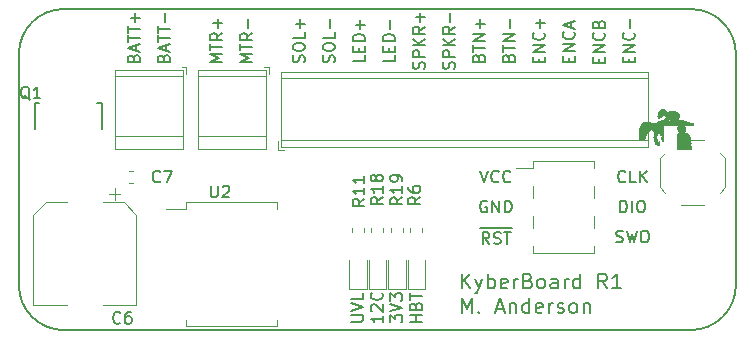
<source format=gbr>
G04 #@! TF.GenerationSoftware,KiCad,Pcbnew,5.0.2+dfsg1-1*
G04 #@! TF.CreationDate,2021-06-07T16:10:35-04:00*
G04 #@! TF.ProjectId,KyberBoard,4b796265-7242-46f6-9172-642e6b696361,rev?*
G04 #@! TF.SameCoordinates,Original*
G04 #@! TF.FileFunction,Legend,Top*
G04 #@! TF.FilePolarity,Positive*
%FSLAX46Y46*%
G04 Gerber Fmt 4.6, Leading zero omitted, Abs format (unit mm)*
G04 Created by KiCad (PCBNEW 5.0.2+dfsg1-1) date Mon 07 Jun 2021 04:10:35 PM EDT*
%MOMM*%
%LPD*%
G01*
G04 APERTURE LIST*
%ADD10C,0.150000*%
%ADD11C,0.200000*%
%ADD12C,0.010000*%
%ADD13C,0.152400*%
%ADD14C,0.120000*%
G04 APERTURE END LIST*
D10*
X166894047Y-82954761D02*
X167036904Y-83002380D01*
X167275000Y-83002380D01*
X167370238Y-82954761D01*
X167417857Y-82907142D01*
X167465476Y-82811904D01*
X167465476Y-82716666D01*
X167417857Y-82621428D01*
X167370238Y-82573809D01*
X167275000Y-82526190D01*
X167084523Y-82478571D01*
X166989285Y-82430952D01*
X166941666Y-82383333D01*
X166894047Y-82288095D01*
X166894047Y-82192857D01*
X166941666Y-82097619D01*
X166989285Y-82050000D01*
X167084523Y-82002380D01*
X167322619Y-82002380D01*
X167465476Y-82050000D01*
X167798809Y-82002380D02*
X168036904Y-83002380D01*
X168227380Y-82288095D01*
X168417857Y-83002380D01*
X168655952Y-82002380D01*
X169227380Y-82002380D02*
X169417857Y-82002380D01*
X169513095Y-82050000D01*
X169608333Y-82145238D01*
X169655952Y-82335714D01*
X169655952Y-82669047D01*
X169608333Y-82859523D01*
X169513095Y-82954761D01*
X169417857Y-83002380D01*
X169227380Y-83002380D01*
X169132142Y-82954761D01*
X169036904Y-82859523D01*
X168989285Y-82669047D01*
X168989285Y-82335714D01*
X169036904Y-82145238D01*
X169132142Y-82050000D01*
X169227380Y-82002380D01*
X116332000Y-67056000D02*
G75*
G02X120142000Y-63246000I3810000J0D01*
G01*
X128579571Y-67397095D02*
X128627190Y-67254238D01*
X128674809Y-67206619D01*
X128770047Y-67159000D01*
X128912904Y-67159000D01*
X129008142Y-67206619D01*
X129055761Y-67254238D01*
X129103380Y-67349476D01*
X129103380Y-67730428D01*
X128103380Y-67730428D01*
X128103380Y-67397095D01*
X128151000Y-67301857D01*
X128198619Y-67254238D01*
X128293857Y-67206619D01*
X128389095Y-67206619D01*
X128484333Y-67254238D01*
X128531952Y-67301857D01*
X128579571Y-67397095D01*
X128579571Y-67730428D01*
X128817666Y-66778047D02*
X128817666Y-66301857D01*
X129103380Y-66873285D02*
X128103380Y-66539952D01*
X129103380Y-66206619D01*
X128103380Y-66016142D02*
X128103380Y-65444714D01*
X129103380Y-65730428D02*
X128103380Y-65730428D01*
X128103380Y-65254238D02*
X128103380Y-64682809D01*
X129103380Y-64968523D02*
X128103380Y-64968523D01*
X128722428Y-64349476D02*
X128722428Y-63587571D01*
X126039571Y-67397096D02*
X126087190Y-67254239D01*
X126134809Y-67206620D01*
X126230047Y-67159001D01*
X126372904Y-67159001D01*
X126468142Y-67206620D01*
X126515761Y-67254239D01*
X126563380Y-67349477D01*
X126563380Y-67730429D01*
X125563380Y-67730429D01*
X125563380Y-67397096D01*
X125611000Y-67301858D01*
X125658619Y-67254239D01*
X125753857Y-67206620D01*
X125849095Y-67206620D01*
X125944333Y-67254239D01*
X125991952Y-67301858D01*
X126039571Y-67397096D01*
X126039571Y-67730429D01*
X126277666Y-66778048D02*
X126277666Y-66301858D01*
X126563380Y-66873286D02*
X125563380Y-66539953D01*
X126563380Y-66206620D01*
X125563380Y-66016143D02*
X125563380Y-65444715D01*
X126563380Y-65730429D02*
X125563380Y-65730429D01*
X125563380Y-65254239D02*
X125563380Y-64682810D01*
X126563380Y-64968524D02*
X125563380Y-64968524D01*
X126182428Y-64349477D02*
X126182428Y-63587572D01*
X126563380Y-63968524D02*
X125801476Y-63968524D01*
X136088380Y-67746333D02*
X135088380Y-67746333D01*
X135802666Y-67413000D01*
X135088380Y-67079666D01*
X136088380Y-67079666D01*
X135088380Y-66746333D02*
X135088380Y-66174904D01*
X136088380Y-66460619D02*
X135088380Y-66460619D01*
X136088380Y-65270142D02*
X135612190Y-65603476D01*
X136088380Y-65841571D02*
X135088380Y-65841571D01*
X135088380Y-65460619D01*
X135136000Y-65365380D01*
X135183619Y-65317761D01*
X135278857Y-65270142D01*
X135421714Y-65270142D01*
X135516952Y-65317761D01*
X135564571Y-65365380D01*
X135612190Y-65460619D01*
X135612190Y-65841571D01*
X135707428Y-64841571D02*
X135707428Y-64079666D01*
X133548380Y-67746333D02*
X132548380Y-67746333D01*
X133262666Y-67413000D01*
X132548380Y-67079666D01*
X133548380Y-67079666D01*
X132548380Y-66746333D02*
X132548380Y-66174904D01*
X133548380Y-66460619D02*
X132548380Y-66460619D01*
X133548380Y-65270142D02*
X133072190Y-65603476D01*
X133548380Y-65841571D02*
X132548380Y-65841571D01*
X132548380Y-65460619D01*
X132596000Y-65365380D01*
X132643619Y-65317761D01*
X132738857Y-65270142D01*
X132881714Y-65270142D01*
X132976952Y-65317761D01*
X133024571Y-65365380D01*
X133072190Y-65460619D01*
X133072190Y-65841571D01*
X133167428Y-64841571D02*
X133167428Y-64079666D01*
X133548380Y-64460619D02*
X132786476Y-64460619D01*
X167949571Y-67770142D02*
X167949571Y-67436809D01*
X168473380Y-67293952D02*
X168473380Y-67770142D01*
X167473380Y-67770142D01*
X167473380Y-67293952D01*
X168473380Y-66865380D02*
X167473380Y-66865380D01*
X168473380Y-66293952D01*
X167473380Y-66293952D01*
X168378142Y-65246333D02*
X168425761Y-65293952D01*
X168473380Y-65436809D01*
X168473380Y-65532047D01*
X168425761Y-65674904D01*
X168330523Y-65770142D01*
X168235285Y-65817761D01*
X168044809Y-65865380D01*
X167901952Y-65865380D01*
X167711476Y-65817761D01*
X167616238Y-65770142D01*
X167521000Y-65674904D01*
X167473380Y-65532047D01*
X167473380Y-65436809D01*
X167521000Y-65293952D01*
X167568619Y-65246333D01*
X168092428Y-64817761D02*
X168092428Y-64055857D01*
X165409571Y-67778095D02*
X165409571Y-67444761D01*
X165933380Y-67301904D02*
X165933380Y-67778095D01*
X164933380Y-67778095D01*
X164933380Y-67301904D01*
X165933380Y-66873333D02*
X164933380Y-66873333D01*
X165933380Y-66301904D01*
X164933380Y-66301904D01*
X165838142Y-65254285D02*
X165885761Y-65301904D01*
X165933380Y-65444761D01*
X165933380Y-65540000D01*
X165885761Y-65682857D01*
X165790523Y-65778095D01*
X165695285Y-65825714D01*
X165504809Y-65873333D01*
X165361952Y-65873333D01*
X165171476Y-65825714D01*
X165076238Y-65778095D01*
X164981000Y-65682857D01*
X164933380Y-65540000D01*
X164933380Y-65444761D01*
X164981000Y-65301904D01*
X165028619Y-65254285D01*
X165409571Y-64492380D02*
X165457190Y-64349523D01*
X165504809Y-64301904D01*
X165600047Y-64254285D01*
X165742904Y-64254285D01*
X165838142Y-64301904D01*
X165885761Y-64349523D01*
X165933380Y-64444761D01*
X165933380Y-64825714D01*
X164933380Y-64825714D01*
X164933380Y-64492380D01*
X164981000Y-64397142D01*
X165028619Y-64349523D01*
X165123857Y-64301904D01*
X165219095Y-64301904D01*
X165314333Y-64349523D01*
X165361952Y-64397142D01*
X165409571Y-64492380D01*
X165409571Y-64825714D01*
X162869571Y-67706666D02*
X162869571Y-67373333D01*
X163393380Y-67230476D02*
X163393380Y-67706666D01*
X162393380Y-67706666D01*
X162393380Y-67230476D01*
X163393380Y-66801904D02*
X162393380Y-66801904D01*
X163393380Y-66230476D01*
X162393380Y-66230476D01*
X163298142Y-65182857D02*
X163345761Y-65230476D01*
X163393380Y-65373333D01*
X163393380Y-65468571D01*
X163345761Y-65611428D01*
X163250523Y-65706666D01*
X163155285Y-65754285D01*
X162964809Y-65801904D01*
X162821952Y-65801904D01*
X162631476Y-65754285D01*
X162536238Y-65706666D01*
X162441000Y-65611428D01*
X162393380Y-65468571D01*
X162393380Y-65373333D01*
X162441000Y-65230476D01*
X162488619Y-65182857D01*
X163107666Y-64801904D02*
X163107666Y-64325714D01*
X163393380Y-64897142D02*
X162393380Y-64563809D01*
X163393380Y-64230476D01*
X160329571Y-67770142D02*
X160329571Y-67436809D01*
X160853380Y-67293952D02*
X160853380Y-67770142D01*
X159853380Y-67770142D01*
X159853380Y-67293952D01*
X160853380Y-66865380D02*
X159853380Y-66865380D01*
X160853380Y-66293952D01*
X159853380Y-66293952D01*
X160758142Y-65246333D02*
X160805761Y-65293952D01*
X160853380Y-65436809D01*
X160853380Y-65532047D01*
X160805761Y-65674904D01*
X160710523Y-65770142D01*
X160615285Y-65817761D01*
X160424809Y-65865380D01*
X160281952Y-65865380D01*
X160091476Y-65817761D01*
X159996238Y-65770142D01*
X159901000Y-65674904D01*
X159853380Y-65532047D01*
X159853380Y-65436809D01*
X159901000Y-65293952D01*
X159948619Y-65246333D01*
X160472428Y-64817761D02*
X160472428Y-64055857D01*
X160853380Y-64436809D02*
X160091476Y-64436809D01*
X157789571Y-67365380D02*
X157837190Y-67222523D01*
X157884809Y-67174904D01*
X157980047Y-67127285D01*
X158122904Y-67127285D01*
X158218142Y-67174904D01*
X158265761Y-67222523D01*
X158313380Y-67317761D01*
X158313380Y-67698714D01*
X157313380Y-67698714D01*
X157313380Y-67365380D01*
X157361000Y-67270142D01*
X157408619Y-67222523D01*
X157503857Y-67174904D01*
X157599095Y-67174904D01*
X157694333Y-67222523D01*
X157741952Y-67270142D01*
X157789571Y-67365380D01*
X157789571Y-67698714D01*
X157313380Y-66841571D02*
X157313380Y-66270142D01*
X158313380Y-66555857D02*
X157313380Y-66555857D01*
X158313380Y-65936809D02*
X157313380Y-65936809D01*
X158313380Y-65365380D01*
X157313380Y-65365380D01*
X157932428Y-64889190D02*
X157932428Y-64127285D01*
X155249571Y-67365380D02*
X155297190Y-67222523D01*
X155344809Y-67174904D01*
X155440047Y-67127285D01*
X155582904Y-67127285D01*
X155678142Y-67174904D01*
X155725761Y-67222523D01*
X155773380Y-67317761D01*
X155773380Y-67698714D01*
X154773380Y-67698714D01*
X154773380Y-67365380D01*
X154821000Y-67270142D01*
X154868619Y-67222523D01*
X154963857Y-67174904D01*
X155059095Y-67174904D01*
X155154333Y-67222523D01*
X155201952Y-67270142D01*
X155249571Y-67365380D01*
X155249571Y-67698714D01*
X154773380Y-66841571D02*
X154773380Y-66270142D01*
X155773380Y-66555857D02*
X154773380Y-66555857D01*
X155773380Y-65936809D02*
X154773380Y-65936809D01*
X155773380Y-65365380D01*
X154773380Y-65365380D01*
X155392428Y-64889190D02*
X155392428Y-64127285D01*
X155773380Y-64508238D02*
X155011476Y-64508238D01*
X153185761Y-68317761D02*
X153233380Y-68174904D01*
X153233380Y-67936809D01*
X153185761Y-67841571D01*
X153138142Y-67793952D01*
X153042904Y-67746333D01*
X152947666Y-67746333D01*
X152852428Y-67793952D01*
X152804809Y-67841571D01*
X152757190Y-67936809D01*
X152709571Y-68127285D01*
X152661952Y-68222523D01*
X152614333Y-68270142D01*
X152519095Y-68317761D01*
X152423857Y-68317761D01*
X152328619Y-68270142D01*
X152281000Y-68222523D01*
X152233380Y-68127285D01*
X152233380Y-67889190D01*
X152281000Y-67746333D01*
X153233380Y-67317761D02*
X152233380Y-67317761D01*
X152233380Y-66936809D01*
X152281000Y-66841571D01*
X152328619Y-66793952D01*
X152423857Y-66746333D01*
X152566714Y-66746333D01*
X152661952Y-66793952D01*
X152709571Y-66841571D01*
X152757190Y-66936809D01*
X152757190Y-67317761D01*
X153233380Y-66317761D02*
X152233380Y-66317761D01*
X153233380Y-65746333D02*
X152661952Y-66174904D01*
X152233380Y-65746333D02*
X152804809Y-66317761D01*
X153233380Y-64746333D02*
X152757190Y-65079666D01*
X153233380Y-65317761D02*
X152233380Y-65317761D01*
X152233380Y-64936809D01*
X152281000Y-64841571D01*
X152328619Y-64793952D01*
X152423857Y-64746333D01*
X152566714Y-64746333D01*
X152661952Y-64793952D01*
X152709571Y-64841571D01*
X152757190Y-64936809D01*
X152757190Y-65317761D01*
X152852428Y-64317761D02*
X152852428Y-63555857D01*
X150645761Y-68317761D02*
X150693380Y-68174904D01*
X150693380Y-67936809D01*
X150645761Y-67841571D01*
X150598142Y-67793952D01*
X150502904Y-67746333D01*
X150407666Y-67746333D01*
X150312428Y-67793952D01*
X150264809Y-67841571D01*
X150217190Y-67936809D01*
X150169571Y-68127285D01*
X150121952Y-68222523D01*
X150074333Y-68270142D01*
X149979095Y-68317761D01*
X149883857Y-68317761D01*
X149788619Y-68270142D01*
X149741000Y-68222523D01*
X149693380Y-68127285D01*
X149693380Y-67889190D01*
X149741000Y-67746333D01*
X150693380Y-67317761D02*
X149693380Y-67317761D01*
X149693380Y-66936809D01*
X149741000Y-66841571D01*
X149788619Y-66793952D01*
X149883857Y-66746333D01*
X150026714Y-66746333D01*
X150121952Y-66793952D01*
X150169571Y-66841571D01*
X150217190Y-66936809D01*
X150217190Y-67317761D01*
X150693380Y-66317761D02*
X149693380Y-66317761D01*
X150693380Y-65746333D02*
X150121952Y-66174904D01*
X149693380Y-65746333D02*
X150264809Y-66317761D01*
X150693380Y-64746333D02*
X150217190Y-65079666D01*
X150693380Y-65317761D02*
X149693380Y-65317761D01*
X149693380Y-64936809D01*
X149741000Y-64841571D01*
X149788619Y-64793952D01*
X149883857Y-64746333D01*
X150026714Y-64746333D01*
X150121952Y-64793952D01*
X150169571Y-64841571D01*
X150217190Y-64936809D01*
X150217190Y-65317761D01*
X150312428Y-64317761D02*
X150312428Y-63555857D01*
X150693380Y-63936809D02*
X149931476Y-63936809D01*
X148153380Y-67174904D02*
X148153380Y-67651095D01*
X147153380Y-67651095D01*
X147629571Y-66841571D02*
X147629571Y-66508238D01*
X148153380Y-66365380D02*
X148153380Y-66841571D01*
X147153380Y-66841571D01*
X147153380Y-66365380D01*
X148153380Y-65936809D02*
X147153380Y-65936809D01*
X147153380Y-65698714D01*
X147201000Y-65555857D01*
X147296238Y-65460619D01*
X147391476Y-65413000D01*
X147581952Y-65365380D01*
X147724809Y-65365380D01*
X147915285Y-65413000D01*
X148010523Y-65460619D01*
X148105761Y-65555857D01*
X148153380Y-65698714D01*
X148153380Y-65936809D01*
X147772428Y-64936809D02*
X147772428Y-64174904D01*
X145613380Y-67174904D02*
X145613380Y-67651095D01*
X144613380Y-67651095D01*
X145089571Y-66841571D02*
X145089571Y-66508238D01*
X145613380Y-66365380D02*
X145613380Y-66841571D01*
X144613380Y-66841571D01*
X144613380Y-66365380D01*
X145613380Y-65936809D02*
X144613380Y-65936809D01*
X144613380Y-65698714D01*
X144661000Y-65555857D01*
X144756238Y-65460619D01*
X144851476Y-65413000D01*
X145041952Y-65365380D01*
X145184809Y-65365380D01*
X145375285Y-65413000D01*
X145470523Y-65460619D01*
X145565761Y-65555857D01*
X145613380Y-65698714D01*
X145613380Y-65936809D01*
X145232428Y-64936809D02*
X145232428Y-64174904D01*
X145613380Y-64555857D02*
X144851476Y-64555857D01*
X143025761Y-67746333D02*
X143073380Y-67603476D01*
X143073380Y-67365380D01*
X143025761Y-67270142D01*
X142978142Y-67222523D01*
X142882904Y-67174904D01*
X142787666Y-67174904D01*
X142692428Y-67222523D01*
X142644809Y-67270142D01*
X142597190Y-67365380D01*
X142549571Y-67555857D01*
X142501952Y-67651095D01*
X142454333Y-67698714D01*
X142359095Y-67746333D01*
X142263857Y-67746333D01*
X142168619Y-67698714D01*
X142121000Y-67651095D01*
X142073380Y-67555857D01*
X142073380Y-67317761D01*
X142121000Y-67174904D01*
X142073380Y-66555857D02*
X142073380Y-66365380D01*
X142121000Y-66270142D01*
X142216238Y-66174904D01*
X142406714Y-66127285D01*
X142740047Y-66127285D01*
X142930523Y-66174904D01*
X143025761Y-66270142D01*
X143073380Y-66365380D01*
X143073380Y-66555857D01*
X143025761Y-66651095D01*
X142930523Y-66746333D01*
X142740047Y-66793952D01*
X142406714Y-66793952D01*
X142216238Y-66746333D01*
X142121000Y-66651095D01*
X142073380Y-66555857D01*
X143073380Y-65222523D02*
X143073380Y-65698714D01*
X142073380Y-65698714D01*
X142692428Y-64889190D02*
X142692428Y-64127285D01*
X140485761Y-67746333D02*
X140533380Y-67603476D01*
X140533380Y-67365380D01*
X140485761Y-67270142D01*
X140438142Y-67222523D01*
X140342904Y-67174904D01*
X140247666Y-67174904D01*
X140152428Y-67222523D01*
X140104809Y-67270142D01*
X140057190Y-67365380D01*
X140009571Y-67555857D01*
X139961952Y-67651095D01*
X139914333Y-67698714D01*
X139819095Y-67746333D01*
X139723857Y-67746333D01*
X139628619Y-67698714D01*
X139581000Y-67651095D01*
X139533380Y-67555857D01*
X139533380Y-67317761D01*
X139581000Y-67174904D01*
X139533380Y-66555857D02*
X139533380Y-66365380D01*
X139581000Y-66270142D01*
X139676238Y-66174904D01*
X139866714Y-66127285D01*
X140200047Y-66127285D01*
X140390523Y-66174904D01*
X140485761Y-66270142D01*
X140533380Y-66365380D01*
X140533380Y-66555857D01*
X140485761Y-66651095D01*
X140390523Y-66746333D01*
X140200047Y-66793952D01*
X139866714Y-66793952D01*
X139676238Y-66746333D01*
X139581000Y-66651095D01*
X139533380Y-66555857D01*
X140533380Y-65222523D02*
X140533380Y-65698714D01*
X139533380Y-65698714D01*
X140152428Y-64889190D02*
X140152428Y-64127285D01*
X140533380Y-64508238D02*
X139771476Y-64508238D01*
D11*
X153843619Y-86903976D02*
X153843619Y-85653976D01*
X154557904Y-86903976D02*
X154022190Y-86189690D01*
X154557904Y-85653976D02*
X153843619Y-86368261D01*
X154974571Y-86070642D02*
X155272190Y-86903976D01*
X155569809Y-86070642D02*
X155272190Y-86903976D01*
X155153142Y-87201595D01*
X155093619Y-87261119D01*
X154974571Y-87320642D01*
X156046000Y-86903976D02*
X156046000Y-85653976D01*
X156046000Y-86130166D02*
X156165047Y-86070642D01*
X156403142Y-86070642D01*
X156522190Y-86130166D01*
X156581714Y-86189690D01*
X156641238Y-86308738D01*
X156641238Y-86665880D01*
X156581714Y-86784928D01*
X156522190Y-86844452D01*
X156403142Y-86903976D01*
X156165047Y-86903976D01*
X156046000Y-86844452D01*
X157653142Y-86844452D02*
X157534095Y-86903976D01*
X157296000Y-86903976D01*
X157176952Y-86844452D01*
X157117428Y-86725404D01*
X157117428Y-86249214D01*
X157176952Y-86130166D01*
X157296000Y-86070642D01*
X157534095Y-86070642D01*
X157653142Y-86130166D01*
X157712666Y-86249214D01*
X157712666Y-86368261D01*
X157117428Y-86487309D01*
X158248380Y-86903976D02*
X158248380Y-86070642D01*
X158248380Y-86308738D02*
X158307904Y-86189690D01*
X158367428Y-86130166D01*
X158486476Y-86070642D01*
X158605523Y-86070642D01*
X159438857Y-86249214D02*
X159617428Y-86308738D01*
X159676952Y-86368261D01*
X159736476Y-86487309D01*
X159736476Y-86665880D01*
X159676952Y-86784928D01*
X159617428Y-86844452D01*
X159498380Y-86903976D01*
X159022190Y-86903976D01*
X159022190Y-85653976D01*
X159438857Y-85653976D01*
X159557904Y-85713500D01*
X159617428Y-85773023D01*
X159676952Y-85892071D01*
X159676952Y-86011119D01*
X159617428Y-86130166D01*
X159557904Y-86189690D01*
X159438857Y-86249214D01*
X159022190Y-86249214D01*
X160450761Y-86903976D02*
X160331714Y-86844452D01*
X160272190Y-86784928D01*
X160212666Y-86665880D01*
X160212666Y-86308738D01*
X160272190Y-86189690D01*
X160331714Y-86130166D01*
X160450761Y-86070642D01*
X160629333Y-86070642D01*
X160748380Y-86130166D01*
X160807904Y-86189690D01*
X160867428Y-86308738D01*
X160867428Y-86665880D01*
X160807904Y-86784928D01*
X160748380Y-86844452D01*
X160629333Y-86903976D01*
X160450761Y-86903976D01*
X161938857Y-86903976D02*
X161938857Y-86249214D01*
X161879333Y-86130166D01*
X161760285Y-86070642D01*
X161522190Y-86070642D01*
X161403142Y-86130166D01*
X161938857Y-86844452D02*
X161819809Y-86903976D01*
X161522190Y-86903976D01*
X161403142Y-86844452D01*
X161343619Y-86725404D01*
X161343619Y-86606357D01*
X161403142Y-86487309D01*
X161522190Y-86427785D01*
X161819809Y-86427785D01*
X161938857Y-86368261D01*
X162534095Y-86903976D02*
X162534095Y-86070642D01*
X162534095Y-86308738D02*
X162593619Y-86189690D01*
X162653142Y-86130166D01*
X162772190Y-86070642D01*
X162891238Y-86070642D01*
X163843619Y-86903976D02*
X163843619Y-85653976D01*
X163843619Y-86844452D02*
X163724571Y-86903976D01*
X163486476Y-86903976D01*
X163367428Y-86844452D01*
X163307904Y-86784928D01*
X163248380Y-86665880D01*
X163248380Y-86308738D01*
X163307904Y-86189690D01*
X163367428Y-86130166D01*
X163486476Y-86070642D01*
X163724571Y-86070642D01*
X163843619Y-86130166D01*
X166105523Y-86903976D02*
X165688857Y-86308738D01*
X165391238Y-86903976D02*
X165391238Y-85653976D01*
X165867428Y-85653976D01*
X165986476Y-85713500D01*
X166046000Y-85773023D01*
X166105523Y-85892071D01*
X166105523Y-86070642D01*
X166046000Y-86189690D01*
X165986476Y-86249214D01*
X165867428Y-86308738D01*
X165391238Y-86308738D01*
X167296000Y-86903976D02*
X166581714Y-86903976D01*
X166938857Y-86903976D02*
X166938857Y-85653976D01*
X166819809Y-85832547D01*
X166700761Y-85951595D01*
X166581714Y-86011119D01*
X153843619Y-88978976D02*
X153843619Y-87728976D01*
X154260285Y-88621833D01*
X154676952Y-87728976D01*
X154676952Y-88978976D01*
X155272190Y-88859928D02*
X155331714Y-88919452D01*
X155272190Y-88978976D01*
X155212666Y-88919452D01*
X155272190Y-88859928D01*
X155272190Y-88978976D01*
X156760285Y-88621833D02*
X157355523Y-88621833D01*
X156641238Y-88978976D02*
X157057904Y-87728976D01*
X157474571Y-88978976D01*
X157891238Y-88145642D02*
X157891238Y-88978976D01*
X157891238Y-88264690D02*
X157950761Y-88205166D01*
X158069809Y-88145642D01*
X158248380Y-88145642D01*
X158367428Y-88205166D01*
X158426952Y-88324214D01*
X158426952Y-88978976D01*
X159557904Y-88978976D02*
X159557904Y-87728976D01*
X159557904Y-88919452D02*
X159438857Y-88978976D01*
X159200761Y-88978976D01*
X159081714Y-88919452D01*
X159022190Y-88859928D01*
X158962666Y-88740880D01*
X158962666Y-88383738D01*
X159022190Y-88264690D01*
X159081714Y-88205166D01*
X159200761Y-88145642D01*
X159438857Y-88145642D01*
X159557904Y-88205166D01*
X160629333Y-88919452D02*
X160510285Y-88978976D01*
X160272190Y-88978976D01*
X160153142Y-88919452D01*
X160093619Y-88800404D01*
X160093619Y-88324214D01*
X160153142Y-88205166D01*
X160272190Y-88145642D01*
X160510285Y-88145642D01*
X160629333Y-88205166D01*
X160688857Y-88324214D01*
X160688857Y-88443261D01*
X160093619Y-88562309D01*
X161224571Y-88978976D02*
X161224571Y-88145642D01*
X161224571Y-88383738D02*
X161284095Y-88264690D01*
X161343619Y-88205166D01*
X161462666Y-88145642D01*
X161581714Y-88145642D01*
X161938857Y-88919452D02*
X162057904Y-88978976D01*
X162296000Y-88978976D01*
X162415047Y-88919452D01*
X162474571Y-88800404D01*
X162474571Y-88740880D01*
X162415047Y-88621833D01*
X162296000Y-88562309D01*
X162117428Y-88562309D01*
X161998380Y-88502785D01*
X161938857Y-88383738D01*
X161938857Y-88324214D01*
X161998380Y-88205166D01*
X162117428Y-88145642D01*
X162296000Y-88145642D01*
X162415047Y-88205166D01*
X163188857Y-88978976D02*
X163069809Y-88919452D01*
X163010285Y-88859928D01*
X162950761Y-88740880D01*
X162950761Y-88383738D01*
X163010285Y-88264690D01*
X163069809Y-88205166D01*
X163188857Y-88145642D01*
X163367428Y-88145642D01*
X163486476Y-88205166D01*
X163546000Y-88264690D01*
X163605523Y-88383738D01*
X163605523Y-88740880D01*
X163546000Y-88859928D01*
X163486476Y-88919452D01*
X163367428Y-88978976D01*
X163188857Y-88978976D01*
X164141238Y-88145642D02*
X164141238Y-88978976D01*
X164141238Y-88264690D02*
X164200761Y-88205166D01*
X164319809Y-88145642D01*
X164498380Y-88145642D01*
X164617428Y-88205166D01*
X164676952Y-88324214D01*
X164676952Y-88978976D01*
D10*
X155384666Y-76922380D02*
X155718000Y-77922380D01*
X156051333Y-76922380D01*
X156956095Y-77827142D02*
X156908476Y-77874761D01*
X156765619Y-77922380D01*
X156670380Y-77922380D01*
X156527523Y-77874761D01*
X156432285Y-77779523D01*
X156384666Y-77684285D01*
X156337047Y-77493809D01*
X156337047Y-77350952D01*
X156384666Y-77160476D01*
X156432285Y-77065238D01*
X156527523Y-76970000D01*
X156670380Y-76922380D01*
X156765619Y-76922380D01*
X156908476Y-76970000D01*
X156956095Y-77017619D01*
X157956095Y-77827142D02*
X157908476Y-77874761D01*
X157765619Y-77922380D01*
X157670380Y-77922380D01*
X157527523Y-77874761D01*
X157432285Y-77779523D01*
X157384666Y-77684285D01*
X157337047Y-77493809D01*
X157337047Y-77350952D01*
X157384666Y-77160476D01*
X157432285Y-77065238D01*
X157527523Y-76970000D01*
X157670380Y-76922380D01*
X157765619Y-76922380D01*
X157908476Y-76970000D01*
X157956095Y-77017619D01*
X155956095Y-79510000D02*
X155860857Y-79462380D01*
X155718000Y-79462380D01*
X155575142Y-79510000D01*
X155479904Y-79605238D01*
X155432285Y-79700476D01*
X155384666Y-79890952D01*
X155384666Y-80033809D01*
X155432285Y-80224285D01*
X155479904Y-80319523D01*
X155575142Y-80414761D01*
X155718000Y-80462380D01*
X155813238Y-80462380D01*
X155956095Y-80414761D01*
X156003714Y-80367142D01*
X156003714Y-80033809D01*
X155813238Y-80033809D01*
X156432285Y-80462380D02*
X156432285Y-79462380D01*
X157003714Y-80462380D01*
X157003714Y-79462380D01*
X157479904Y-80462380D02*
X157479904Y-79462380D01*
X157718000Y-79462380D01*
X157860857Y-79510000D01*
X157956095Y-79605238D01*
X158003714Y-79700476D01*
X158051333Y-79890952D01*
X158051333Y-80033809D01*
X158003714Y-80224285D01*
X157956095Y-80319523D01*
X157860857Y-80414761D01*
X157718000Y-80462380D01*
X157479904Y-80462380D01*
X155360857Y-81764114D02*
X156360857Y-81764114D01*
X156170380Y-83131494D02*
X155837047Y-82655304D01*
X155598952Y-83131494D02*
X155598952Y-82131494D01*
X155979904Y-82131494D01*
X156075142Y-82179114D01*
X156122761Y-82226733D01*
X156170380Y-82321971D01*
X156170380Y-82464828D01*
X156122761Y-82560066D01*
X156075142Y-82607685D01*
X155979904Y-82655304D01*
X155598952Y-82655304D01*
X156360857Y-81764114D02*
X157313238Y-81764114D01*
X156551333Y-83083875D02*
X156694190Y-83131494D01*
X156932285Y-83131494D01*
X157027523Y-83083875D01*
X157075142Y-83036256D01*
X157122761Y-82941018D01*
X157122761Y-82845780D01*
X157075142Y-82750542D01*
X157027523Y-82702923D01*
X156932285Y-82655304D01*
X156741809Y-82607685D01*
X156646571Y-82560066D01*
X156598952Y-82512447D01*
X156551333Y-82417209D01*
X156551333Y-82321971D01*
X156598952Y-82226733D01*
X156646571Y-82179114D01*
X156741809Y-82131494D01*
X156979904Y-82131494D01*
X157122761Y-82179114D01*
X157313238Y-81764114D02*
X158075142Y-81764114D01*
X157408476Y-82131494D02*
X157979904Y-82131494D01*
X157694190Y-83131494D02*
X157694190Y-82131494D01*
X167251190Y-80462380D02*
X167251190Y-79462380D01*
X167489285Y-79462380D01*
X167632142Y-79510000D01*
X167727380Y-79605238D01*
X167775000Y-79700476D01*
X167822619Y-79890952D01*
X167822619Y-80033809D01*
X167775000Y-80224285D01*
X167727380Y-80319523D01*
X167632142Y-80414761D01*
X167489285Y-80462380D01*
X167251190Y-80462380D01*
X168251190Y-80462380D02*
X168251190Y-79462380D01*
X168917857Y-79462380D02*
X169108333Y-79462380D01*
X169203571Y-79510000D01*
X169298809Y-79605238D01*
X169346428Y-79795714D01*
X169346428Y-80129047D01*
X169298809Y-80319523D01*
X169203571Y-80414761D01*
X169108333Y-80462380D01*
X168917857Y-80462380D01*
X168822619Y-80414761D01*
X168727380Y-80319523D01*
X168679761Y-80129047D01*
X168679761Y-79795714D01*
X168727380Y-79605238D01*
X168822619Y-79510000D01*
X168917857Y-79462380D01*
X167679761Y-77827142D02*
X167632142Y-77874761D01*
X167489285Y-77922380D01*
X167394047Y-77922380D01*
X167251190Y-77874761D01*
X167155952Y-77779523D01*
X167108333Y-77684285D01*
X167060714Y-77493809D01*
X167060714Y-77350952D01*
X167108333Y-77160476D01*
X167155952Y-77065238D01*
X167251190Y-76970000D01*
X167394047Y-76922380D01*
X167489285Y-76922380D01*
X167632142Y-76970000D01*
X167679761Y-77017619D01*
X168584523Y-77922380D02*
X168108333Y-77922380D01*
X168108333Y-76922380D01*
X168917857Y-77922380D02*
X168917857Y-76922380D01*
X169489285Y-77922380D02*
X169060714Y-77350952D01*
X169489285Y-76922380D02*
X168917857Y-77493809D01*
X120142000Y-90424000D02*
G75*
G02X116332000Y-86614000I0J3810000D01*
G01*
X116332000Y-86614000D02*
X116332000Y-67056000D01*
X173228000Y-90424000D02*
X120142000Y-90424000D01*
X173228000Y-63246000D02*
X120142000Y-63246000D01*
X177038000Y-86614000D02*
X177038000Y-67056000D01*
X177038000Y-86614000D02*
G75*
G02X173228000Y-90424000I-3810000J0D01*
G01*
X173228000Y-63246000D02*
G75*
G02X177038000Y-67056000I0J-3810000D01*
G01*
D12*
G04 #@! TO.C,G\002A\002A\002A*
G36*
X169297350Y-72805925D02*
X169294175Y-72809100D01*
X169291000Y-72805925D01*
X169294175Y-72802750D01*
X169297350Y-72805925D01*
X169297350Y-72805925D01*
G37*
X169297350Y-72805925D02*
X169294175Y-72809100D01*
X169291000Y-72805925D01*
X169294175Y-72802750D01*
X169297350Y-72805925D01*
G36*
X170014900Y-73485375D02*
X170011725Y-73488550D01*
X170008550Y-73485375D01*
X170011725Y-73482200D01*
X170014900Y-73485375D01*
X170014900Y-73485375D01*
G37*
X170014900Y-73485375D02*
X170011725Y-73488550D01*
X170008550Y-73485375D01*
X170011725Y-73482200D01*
X170014900Y-73485375D01*
G36*
X170243500Y-74006075D02*
X170240325Y-74009250D01*
X170237150Y-74006075D01*
X170240325Y-74002900D01*
X170243500Y-74006075D01*
X170243500Y-74006075D01*
G37*
X170243500Y-74006075D02*
X170240325Y-74009250D01*
X170237150Y-74006075D01*
X170240325Y-74002900D01*
X170243500Y-74006075D01*
G36*
X170139783Y-74366966D02*
X170140543Y-74374502D01*
X170139783Y-74375433D01*
X170136008Y-74374561D01*
X170135550Y-74371200D01*
X170137873Y-74365973D01*
X170139783Y-74366966D01*
X170139783Y-74366966D01*
G37*
X170139783Y-74366966D02*
X170140543Y-74374502D01*
X170139783Y-74375433D01*
X170136008Y-74374561D01*
X170135550Y-74371200D01*
X170137873Y-74365973D01*
X170139783Y-74366966D01*
G36*
X170842333Y-71720715D02*
X170846750Y-71723744D01*
X170850647Y-71727425D01*
X170853100Y-71726424D01*
X170863546Y-71725765D01*
X170867387Y-71727459D01*
X170880911Y-71733049D01*
X170884338Y-71733779D01*
X170897554Y-71738214D01*
X170917769Y-71747636D01*
X170941353Y-71760082D01*
X170964678Y-71773589D01*
X170984113Y-71786193D01*
X170991521Y-71791774D01*
X171005648Y-71803487D01*
X171026079Y-71820565D01*
X171049425Y-71840173D01*
X171061382Y-71850250D01*
X171104490Y-71885837D01*
X171140075Y-71913226D01*
X171169575Y-71933215D01*
X171194428Y-71946605D01*
X171216072Y-71954195D01*
X171235946Y-71956785D01*
X171251241Y-71955836D01*
X171267990Y-71952005D01*
X171292931Y-71944420D01*
X171322537Y-71934223D01*
X171349851Y-71923914D01*
X171396783Y-71905930D01*
X171435219Y-71892676D01*
X171468162Y-71883488D01*
X171498615Y-71877703D01*
X171529581Y-71874656D01*
X171564062Y-71873685D01*
X171577000Y-71873709D01*
X171613419Y-71874887D01*
X171651987Y-71877632D01*
X171687001Y-71881476D01*
X171704000Y-71884127D01*
X171738385Y-71890112D01*
X171776968Y-71896346D01*
X171811484Y-71901495D01*
X171811950Y-71901560D01*
X171841523Y-71906623D01*
X171870494Y-71913140D01*
X171893336Y-71919839D01*
X171896322Y-71920948D01*
X171918181Y-71928003D01*
X171938587Y-71932246D01*
X171945739Y-71932800D01*
X171965758Y-71935449D01*
X171986537Y-71942166D01*
X172003604Y-71951104D01*
X172012455Y-71960336D01*
X172019525Y-71967440D01*
X172034959Y-71977792D01*
X172055598Y-71989304D01*
X172058403Y-71990729D01*
X172108778Y-72022753D01*
X172150657Y-72064071D01*
X172184375Y-72115029D01*
X172190361Y-72126804D01*
X172203395Y-72155513D01*
X172211273Y-72178964D01*
X172215490Y-72202717D01*
X172217294Y-72226858D01*
X172218047Y-72253939D01*
X172216460Y-72273735D01*
X172211552Y-72291586D01*
X172202341Y-72312835D01*
X172200951Y-72315758D01*
X172185010Y-72359524D01*
X172175951Y-72409128D01*
X172170816Y-72441662D01*
X172162630Y-72468993D01*
X172149671Y-72494690D01*
X172130220Y-72522322D01*
X172109013Y-72548006D01*
X172083932Y-72581124D01*
X172069774Y-72609682D01*
X172065950Y-72631557D01*
X172065950Y-72648914D01*
X172286612Y-72652243D01*
X172351621Y-72653318D01*
X172405676Y-72654538D01*
X172450522Y-72656111D01*
X172487906Y-72658245D01*
X172519573Y-72661147D01*
X172547268Y-72665027D01*
X172572737Y-72670091D01*
X172597727Y-72676549D01*
X172623982Y-72684607D01*
X172653248Y-72694475D01*
X172659675Y-72696704D01*
X172696415Y-72709904D01*
X172731697Y-72723338D01*
X172763246Y-72736068D01*
X172788793Y-72747160D01*
X172806065Y-72755677D01*
X172811757Y-72759370D01*
X172822912Y-72763982D01*
X172829220Y-72764650D01*
X172838819Y-72768049D01*
X172840650Y-72772058D01*
X172843126Y-72776406D01*
X172844695Y-72775420D01*
X172851918Y-72776087D01*
X172864697Y-72782838D01*
X172868067Y-72785136D01*
X172879120Y-72792076D01*
X172883292Y-72792719D01*
X172882741Y-72791371D01*
X172882305Y-72786437D01*
X172887908Y-72787613D01*
X172894630Y-72793552D01*
X172894258Y-72796992D01*
X172895784Y-72799999D01*
X172900484Y-72798884D01*
X172911838Y-72799580D01*
X172927557Y-72806028D01*
X172930976Y-72808019D01*
X172945094Y-72816269D01*
X172954034Y-72820616D01*
X172954950Y-72820817D01*
X172966216Y-72822514D01*
X172979904Y-72826635D01*
X172990472Y-72831294D01*
X172993050Y-72833803D01*
X172998517Y-72837433D01*
X173009492Y-72839440D01*
X173024884Y-72842178D01*
X173033304Y-72845409D01*
X173044619Y-72850523D01*
X173047025Y-72851112D01*
X173055836Y-72852748D01*
X173073784Y-72856151D01*
X173097532Y-72860690D01*
X173106463Y-72862403D01*
X173143934Y-72867708D01*
X173191429Y-72871056D01*
X173250055Y-72872518D01*
X173269976Y-72872600D01*
X173380400Y-72872600D01*
X173380400Y-73031350D01*
X172150538Y-73031349D01*
X171995385Y-73031367D01*
X171852516Y-73031423D01*
X171721518Y-73031519D01*
X171601976Y-73031657D01*
X171493474Y-73031841D01*
X171395598Y-73032073D01*
X171307932Y-73032354D01*
X171230062Y-73032689D01*
X171161574Y-73033079D01*
X171102052Y-73033527D01*
X171051081Y-73034035D01*
X171008246Y-73034606D01*
X170973134Y-73035243D01*
X170945328Y-73035948D01*
X170924414Y-73036723D01*
X170909977Y-73037571D01*
X170901602Y-73038495D01*
X170899588Y-73038975D01*
X170878500Y-73046601D01*
X170878500Y-73753350D01*
X170878456Y-73846939D01*
X170878330Y-73936900D01*
X170878125Y-74022426D01*
X170877850Y-74102713D01*
X170877507Y-74176955D01*
X170877105Y-74244345D01*
X170876647Y-74304078D01*
X170876140Y-74355348D01*
X170875589Y-74397349D01*
X170875001Y-74429275D01*
X170874379Y-74450320D01*
X170873731Y-74459680D01*
X170873561Y-74460100D01*
X170865885Y-74455897D01*
X170858534Y-74448987D01*
X170847202Y-74438184D01*
X170831052Y-74424599D01*
X170825440Y-74420194D01*
X170810241Y-74405488D01*
X170799845Y-74389917D01*
X170798146Y-74385269D01*
X170789066Y-74363645D01*
X170773044Y-74338974D01*
X170756830Y-74319817D01*
X170749792Y-74307733D01*
X170742683Y-74288061D01*
X170738532Y-74271755D01*
X170736315Y-74259819D01*
X170734709Y-74247072D01*
X170733737Y-74232036D01*
X170733422Y-74213233D01*
X170733786Y-74189184D01*
X170734852Y-74158412D01*
X170736643Y-74119438D01*
X170739182Y-74070783D01*
X170742492Y-74010970D01*
X170742589Y-74009250D01*
X170746696Y-73936225D01*
X170725285Y-73927312D01*
X170707491Y-73918374D01*
X170693444Y-73908812D01*
X170692829Y-73908262D01*
X170670820Y-73887292D01*
X170656838Y-73871691D01*
X170648929Y-73858978D01*
X170645410Y-73848066D01*
X170638847Y-73833498D01*
X170629886Y-73826688D01*
X170621704Y-73820946D01*
X170618406Y-73807370D01*
X170618150Y-73798959D01*
X170618150Y-73774300D01*
X170495383Y-73774300D01*
X170450520Y-73774501D01*
X170417082Y-73775159D01*
X170393800Y-73776356D01*
X170379403Y-73778173D01*
X170372623Y-73780691D01*
X170371693Y-73782237D01*
X170369312Y-73799592D01*
X170366718Y-73814253D01*
X170364731Y-73821698D01*
X170364488Y-73821925D01*
X170362532Y-73827302D01*
X170360351Y-73837467D01*
X170354485Y-73853858D01*
X170348575Y-73862867D01*
X170341129Y-73873010D01*
X170339331Y-73877554D01*
X170335685Y-73889764D01*
X170328062Y-73903108D01*
X170319369Y-73913437D01*
X170312515Y-73916602D01*
X170312098Y-73916401D01*
X170308006Y-73915947D01*
X170309300Y-73918934D01*
X170308070Y-73927285D01*
X170300796Y-73934772D01*
X170292337Y-73942681D01*
X170291412Y-73947096D01*
X170288746Y-73952635D01*
X170278566Y-73964076D01*
X170262999Y-73979056D01*
X170261209Y-73980673D01*
X170244840Y-73996027D01*
X170233214Y-74008154D01*
X170228659Y-74014613D01*
X170228672Y-74014822D01*
X170226103Y-74022528D01*
X170223180Y-74026654D01*
X170219049Y-74040507D01*
X170221048Y-74062402D01*
X170228519Y-74089647D01*
X170240803Y-74119550D01*
X170250418Y-74138017D01*
X170262053Y-74158885D01*
X170270768Y-74175158D01*
X170275049Y-74183990D01*
X170275250Y-74184709D01*
X170279128Y-74190862D01*
X170288435Y-74201603D01*
X170303504Y-74222523D01*
X170316302Y-74248808D01*
X170324421Y-74274877D01*
X170326050Y-74288755D01*
X170328985Y-74305992D01*
X170335575Y-74318132D01*
X170343540Y-74331649D01*
X170345100Y-74339903D01*
X170347651Y-74349976D01*
X170350993Y-74352150D01*
X170354577Y-74357921D01*
X170358720Y-74373043D01*
X170362742Y-74394228D01*
X170365961Y-74418187D01*
X170366998Y-74429408D01*
X170371175Y-74437420D01*
X170372087Y-74438404D01*
X170375585Y-74447716D01*
X170376850Y-74461158D01*
X170377862Y-74472460D01*
X170383253Y-74477660D01*
X170396550Y-74479114D01*
X170403837Y-74479173D01*
X170429767Y-74482937D01*
X170451615Y-74491873D01*
X170478673Y-74503255D01*
X170502257Y-74502759D01*
X170521544Y-74490593D01*
X170533953Y-74471212D01*
X170542611Y-74457093D01*
X170550154Y-74454043D01*
X170555733Y-74460434D01*
X170558501Y-74474637D01*
X170557611Y-74495025D01*
X170554640Y-74510939D01*
X170546996Y-74533105D01*
X170536431Y-74552688D01*
X170531870Y-74558523D01*
X170521517Y-74572164D01*
X170516611Y-74583488D01*
X170516550Y-74584392D01*
X170511396Y-74592844D01*
X170498382Y-74604183D01*
X170481181Y-74615972D01*
X170463463Y-74625775D01*
X170448901Y-74631158D01*
X170445456Y-74631550D01*
X170437799Y-74634257D01*
X170434489Y-74644430D01*
X170434000Y-74656489D01*
X170436495Y-74676413D01*
X170445732Y-74690295D01*
X170450731Y-74694589D01*
X170465465Y-74703763D01*
X170477945Y-74707745D01*
X170478248Y-74707750D01*
X170491051Y-74710419D01*
X170492245Y-74718203D01*
X170486005Y-74726614D01*
X170460518Y-74744472D01*
X170430057Y-74751412D01*
X170396771Y-74747030D01*
X170389742Y-74744678D01*
X170375938Y-74737591D01*
X170364358Y-74729975D01*
X170465750Y-74729975D01*
X170468925Y-74733150D01*
X170472100Y-74729975D01*
X170468925Y-74726800D01*
X170465750Y-74729975D01*
X170364358Y-74729975D01*
X170358917Y-74726397D01*
X170355311Y-74723717D01*
X170331055Y-74710943D01*
X170312433Y-74707750D01*
X170294973Y-74705558D01*
X170282432Y-74700241D01*
X170281938Y-74699812D01*
X170276093Y-74695135D01*
X170277927Y-74699858D01*
X170278259Y-74700446D01*
X170279925Y-74705748D01*
X170273394Y-74703739D01*
X170269488Y-74701714D01*
X170260364Y-74694237D01*
X170259303Y-74688815D01*
X170257586Y-74681311D01*
X170251004Y-74674846D01*
X170233476Y-74656798D01*
X170217329Y-74630356D01*
X170204861Y-74599795D01*
X170199772Y-74579499D01*
X170192712Y-74551994D01*
X170182089Y-74522735D01*
X170176081Y-74509649D01*
X170164914Y-74482190D01*
X170158302Y-74454673D01*
X170157473Y-74446370D01*
X170155748Y-74427178D01*
X170153057Y-74413095D01*
X170151769Y-74409858D01*
X170150372Y-74399077D01*
X170151425Y-74396600D01*
X170151034Y-74390743D01*
X170148824Y-74390250D01*
X170145184Y-74385544D01*
X170146306Y-74379806D01*
X170144942Y-74367547D01*
X170138874Y-74360999D01*
X170132382Y-74353283D01*
X170128642Y-74339963D01*
X170126953Y-74318006D01*
X170126730Y-74308567D01*
X170125865Y-74287196D01*
X170124251Y-74272299D01*
X170122224Y-74266871D01*
X170122055Y-74266935D01*
X170118695Y-74262976D01*
X170116122Y-74253725D01*
X170129200Y-74253725D01*
X170132375Y-74256900D01*
X170135550Y-74253725D01*
X170132375Y-74250550D01*
X170129200Y-74253725D01*
X170116122Y-74253725D01*
X170115121Y-74250128D01*
X170114128Y-74244616D01*
X170108845Y-74223801D01*
X170100354Y-74201863D01*
X170090713Y-74183450D01*
X170082703Y-74173696D01*
X170077613Y-74165486D01*
X170073349Y-74151669D01*
X170070821Y-74136997D01*
X170070940Y-74126225D01*
X170073093Y-74123550D01*
X170076232Y-74119606D01*
X170075160Y-74117096D01*
X170068457Y-74112856D01*
X170066691Y-74113412D01*
X170064030Y-74109808D01*
X170063019Y-74096735D01*
X170063592Y-74077305D01*
X170065678Y-74054633D01*
X170068393Y-74036237D01*
X170072649Y-74019797D01*
X170077733Y-74010235D01*
X170079637Y-74009250D01*
X170083295Y-74004565D01*
X170082233Y-73999151D01*
X170081269Y-73986309D01*
X170082974Y-73981689D01*
X170087755Y-73970424D01*
X170088202Y-73967975D01*
X170091092Y-73948102D01*
X170095417Y-73928829D01*
X170100129Y-73914055D01*
X170104179Y-73907680D01*
X170104412Y-73907650D01*
X170107259Y-73902985D01*
X170106213Y-73898429D01*
X170105886Y-73885356D01*
X170107608Y-73881225D01*
X170110395Y-73870341D01*
X170111590Y-73852375D01*
X170111488Y-73844408D01*
X170111355Y-73827982D01*
X170112881Y-73822898D01*
X170116484Y-73827859D01*
X170116690Y-73828275D01*
X170120546Y-73834494D01*
X170121498Y-73830223D01*
X170120506Y-73818750D01*
X170121432Y-73803368D01*
X170123032Y-73796707D01*
X170126025Y-73799700D01*
X170129200Y-73796525D01*
X170126025Y-73793350D01*
X170123146Y-73796229D01*
X170125937Y-73784607D01*
X170126223Y-73783825D01*
X170129200Y-73783825D01*
X170132375Y-73787000D01*
X170135550Y-73783825D01*
X170132375Y-73780650D01*
X170129200Y-73783825D01*
X170126223Y-73783825D01*
X170130878Y-73771125D01*
X170135550Y-73771125D01*
X170138725Y-73774300D01*
X170141900Y-73771125D01*
X170138725Y-73767950D01*
X170135550Y-73771125D01*
X170130878Y-73771125D01*
X170132552Y-73766561D01*
X170139807Y-73753322D01*
X170145578Y-73748900D01*
X170146079Y-73753086D01*
X170144468Y-73756231D01*
X170143724Y-73760597D01*
X170146991Y-73759202D01*
X170151299Y-73750409D01*
X170150437Y-73745440D01*
X170150515Y-73732504D01*
X170152691Y-73728181D01*
X170157541Y-73717341D01*
X170154895Y-73704352D01*
X170149389Y-73693337D01*
X170144901Y-73682807D01*
X170145629Y-73679050D01*
X170145912Y-73675181D01*
X170142732Y-73670528D01*
X170138958Y-73660754D01*
X170140367Y-73656810D01*
X170140505Y-73654588D01*
X170137137Y-73656181D01*
X170130162Y-73656787D01*
X170129200Y-73654245D01*
X170125309Y-73645947D01*
X170115460Y-73632400D01*
X170109492Y-73625295D01*
X170098811Y-73612261D01*
X170093645Y-73604163D01*
X170093864Y-73602850D01*
X170093066Y-73598930D01*
X170085481Y-73589473D01*
X170085216Y-73589188D01*
X170077142Y-73577826D01*
X170075819Y-73570138D01*
X170074222Y-73565211D01*
X170071366Y-73564750D01*
X170066530Y-73562482D01*
X170067411Y-73560921D01*
X170065808Y-73554613D01*
X170057007Y-73543838D01*
X170054182Y-73541079D01*
X170045704Y-73532328D01*
X170045084Y-73529765D01*
X170046897Y-73530620D01*
X170048875Y-73530523D01*
X170042543Y-73523839D01*
X170037372Y-73519142D01*
X170025019Y-73505550D01*
X170021071Y-73498075D01*
X170021250Y-73498075D01*
X170024425Y-73501250D01*
X170027600Y-73498075D01*
X170024425Y-73494900D01*
X170021250Y-73498075D01*
X170021071Y-73498075D01*
X170018412Y-73493041D01*
X170018066Y-73490567D01*
X170014407Y-73480495D01*
X170010129Y-73478231D01*
X170000378Y-73476373D01*
X169999025Y-73475850D01*
X169990543Y-73472945D01*
X169989500Y-73472675D01*
X169982008Y-73470096D01*
X169981562Y-73469807D01*
X169974844Y-73467739D01*
X169967648Y-73466222D01*
X169944457Y-73461235D01*
X169931829Y-73456505D01*
X169927692Y-73451019D01*
X169928398Y-73447009D01*
X169928394Y-73438996D01*
X169925800Y-73437750D01*
X169919884Y-73442637D01*
X169919650Y-73444474D01*
X169915732Y-73448207D01*
X169913097Y-73447150D01*
X169904070Y-73445123D01*
X169885768Y-73443267D01*
X169861614Y-73441899D01*
X169852997Y-73441610D01*
X169824348Y-73441427D01*
X169806513Y-73442953D01*
X169797690Y-73446405D01*
X169796249Y-73448459D01*
X169788052Y-73455250D01*
X169779774Y-73456800D01*
X169770695Y-73458975D01*
X169770013Y-73462484D01*
X169768269Y-73469169D01*
X169763708Y-73471936D01*
X169756947Y-73472253D01*
X169757866Y-73467839D01*
X169757202Y-73466907D01*
X169750618Y-73474346D01*
X169747987Y-73477648D01*
X169734679Y-73490172D01*
X169722264Y-73491552D01*
X169721957Y-73491457D01*
X169712484Y-73491096D01*
X169711527Y-73496008D01*
X169708008Y-73502657D01*
X169702230Y-73503554D01*
X169694460Y-73505114D01*
X169694351Y-73507805D01*
X169693058Y-73515812D01*
X169688235Y-73522207D01*
X169681956Y-73530860D01*
X169681866Y-73534399D01*
X169679806Y-73540093D01*
X169670947Y-73549443D01*
X169662652Y-73555713D01*
X169661254Y-73554494D01*
X169661487Y-73554076D01*
X169660980Y-73544861D01*
X169657816Y-73541945D01*
X169653069Y-73540373D01*
X169654190Y-73542218D01*
X169653434Y-73549593D01*
X169647695Y-73564154D01*
X169638808Y-73582369D01*
X169628609Y-73600709D01*
X169618931Y-73615644D01*
X169611999Y-73623390D01*
X169609376Y-73627627D01*
X169611440Y-73628152D01*
X169610498Y-73632089D01*
X169602018Y-73642271D01*
X169589128Y-73655237D01*
X169572314Y-73672236D01*
X169550957Y-73695289D01*
X169528533Y-73720601D01*
X169517917Y-73733025D01*
X169499024Y-73755440D01*
X169482361Y-73775178D01*
X169470160Y-73789596D01*
X169465617Y-73794937D01*
X169459518Y-73803452D01*
X169459421Y-73806050D01*
X169459137Y-73810334D01*
X169453322Y-73820681D01*
X169444498Y-73833336D01*
X169435185Y-73844541D01*
X169430787Y-73848710D01*
X169425176Y-73855003D01*
X169426369Y-73856648D01*
X169426579Y-73861221D01*
X169420511Y-73872271D01*
X169418432Y-73875292D01*
X169409626Y-73889349D01*
X169405371Y-73899459D01*
X169405300Y-73900239D01*
X169401224Y-73909572D01*
X169395431Y-73916611D01*
X169388576Y-73925389D01*
X169383474Y-73937925D01*
X169378568Y-73958275D01*
X169377595Y-73963028D01*
X169372854Y-73973736D01*
X169371617Y-73975199D01*
X169368094Y-73984477D01*
X169367200Y-73994058D01*
X169364990Y-74006874D01*
X169361569Y-74011980D01*
X169356610Y-74020092D01*
X169352230Y-74035047D01*
X169352010Y-74036167D01*
X169345910Y-74057430D01*
X169338020Y-74075925D01*
X169330227Y-74092859D01*
X169325554Y-74106950D01*
X169325540Y-74107017D01*
X169321007Y-74124941D01*
X169314636Y-74145060D01*
X169308145Y-74162335D01*
X169303700Y-74171175D01*
X169298924Y-74180908D01*
X169292775Y-74197389D01*
X169290960Y-74202925D01*
X169267994Y-74257758D01*
X169236243Y-74307212D01*
X169209102Y-74337519D01*
X169186571Y-74352025D01*
X169154692Y-74362454D01*
X169116427Y-74367864D01*
X169113200Y-74368050D01*
X169091015Y-74370078D01*
X169071074Y-74373300D01*
X169066887Y-74374297D01*
X169046643Y-74376116D01*
X169024939Y-74370339D01*
X169000478Y-74356201D01*
X168971966Y-74332933D01*
X168938108Y-74299769D01*
X168934256Y-74295751D01*
X168910668Y-74269964D01*
X168889114Y-74244477D01*
X168871849Y-74222084D01*
X168861131Y-74205579D01*
X168860542Y-74204433D01*
X168850362Y-74180151D01*
X168841860Y-74151091D01*
X168834890Y-74116024D01*
X168829302Y-74073721D01*
X168824948Y-74022954D01*
X168821681Y-73962492D01*
X168819351Y-73891107D01*
X168818602Y-73856850D01*
X168816692Y-73780627D01*
X168814111Y-73715406D01*
X168810885Y-73661665D01*
X168807040Y-73619882D01*
X168804776Y-73602850D01*
X168799211Y-73558538D01*
X168797941Y-73523495D01*
X168801152Y-73494973D01*
X168804207Y-73485375D01*
X169729150Y-73485375D01*
X169732325Y-73488550D01*
X169735500Y-73485375D01*
X169732325Y-73482200D01*
X169729150Y-73485375D01*
X168804207Y-73485375D01*
X168809032Y-73470221D01*
X168814591Y-73458755D01*
X168817165Y-73453625D01*
X169754550Y-73453625D01*
X169757725Y-73456800D01*
X169760900Y-73453625D01*
X169757725Y-73450450D01*
X169754550Y-73453625D01*
X168817165Y-73453625D01*
X168820351Y-73447275D01*
X169786300Y-73447275D01*
X169789475Y-73450450D01*
X169792650Y-73447275D01*
X169789475Y-73444100D01*
X169786300Y-73447275D01*
X168820351Y-73447275D01*
X168822532Y-73442931D01*
X168827053Y-73431973D01*
X168827450Y-73430080D01*
X168829932Y-73422189D01*
X168836352Y-73406630D01*
X168842974Y-73391886D01*
X168853417Y-73367283D01*
X168864860Y-73337041D01*
X168876180Y-73304530D01*
X168886256Y-73273125D01*
X168893966Y-73246197D01*
X168898189Y-73227121D01*
X168898466Y-73225024D01*
X168903635Y-73208365D01*
X168914170Y-73188777D01*
X168919366Y-73181346D01*
X168931104Y-73163094D01*
X168938811Y-73145766D01*
X168940135Y-73140072D01*
X168946302Y-73123427D01*
X168956222Y-73110581D01*
X168970439Y-73095302D01*
X168984828Y-73076205D01*
X168996904Y-73057049D01*
X169004183Y-73041596D01*
X169005250Y-73036335D01*
X169009760Y-73025633D01*
X169020810Y-73012826D01*
X169022712Y-73011133D01*
X169036653Y-72997586D01*
X169053626Y-72978969D01*
X169064088Y-72966514D01*
X169078790Y-72949909D01*
X169092033Y-72937662D01*
X169099013Y-72933293D01*
X169109250Y-72925924D01*
X169121292Y-72911954D01*
X169124685Y-72907017D01*
X169140845Y-72888954D01*
X169160730Y-72875459D01*
X169162731Y-72874569D01*
X169183634Y-72863758D01*
X169202891Y-72850662D01*
X169204120Y-72849648D01*
X169218365Y-72839592D01*
X169229910Y-72834615D01*
X169231162Y-72834499D01*
X169239296Y-72830978D01*
X169240200Y-72828270D01*
X169245654Y-72822520D01*
X169258535Y-72817307D01*
X169273620Y-72814288D01*
X169283533Y-72814519D01*
X169295373Y-72812320D01*
X169300445Y-72809165D01*
X169313427Y-72802311D01*
X169323787Y-72799306D01*
X169342249Y-72795309D01*
X169354500Y-72792259D01*
X169376495Y-72789033D01*
X169407430Y-72788048D01*
X169443759Y-72789229D01*
X169481934Y-72792502D01*
X169503725Y-72795361D01*
X169530813Y-72799438D01*
X169555676Y-72803179D01*
X169573510Y-72805862D01*
X169575294Y-72806130D01*
X169594873Y-72810441D01*
X169617545Y-72817244D01*
X169622919Y-72819144D01*
X169658450Y-72830357D01*
X169699502Y-72840422D01*
X169740696Y-72848203D01*
X169776653Y-72852565D01*
X169783117Y-72852944D01*
X169804850Y-72854864D01*
X169821858Y-72858109D01*
X169828965Y-72861054D01*
X169838613Y-72864181D01*
X169857397Y-72866802D01*
X169881755Y-72868465D01*
X169889321Y-72868703D01*
X169914836Y-72869911D01*
X169936011Y-72872046D01*
X169949180Y-72874704D01*
X169950932Y-72875486D01*
X169961510Y-72878431D01*
X169980693Y-72880855D01*
X170004388Y-72882247D01*
X170005088Y-72882266D01*
X170031684Y-72884084D01*
X170056602Y-72887637D01*
X170073090Y-72891742D01*
X170093528Y-72895247D01*
X170122690Y-72895198D01*
X170157227Y-72891981D01*
X170193788Y-72885980D01*
X170229023Y-72877581D01*
X170247777Y-72871676D01*
X170267063Y-72865483D01*
X170280996Y-72862104D01*
X170285869Y-72862052D01*
X170292401Y-72860698D01*
X170307165Y-72854715D01*
X170327240Y-72845543D01*
X170349702Y-72834625D01*
X170371630Y-72823404D01*
X170390102Y-72813321D01*
X170402195Y-72805818D01*
X170405158Y-72803181D01*
X170412647Y-72797020D01*
X170427554Y-72788070D01*
X170437381Y-72782916D01*
X170456435Y-72772146D01*
X170471874Y-72761260D01*
X170476322Y-72757143D01*
X170478822Y-72755125D01*
X170484800Y-72755125D01*
X170487975Y-72758300D01*
X170491150Y-72755125D01*
X170487975Y-72751950D01*
X170484800Y-72755125D01*
X170478822Y-72755125D01*
X170487463Y-72748150D01*
X170494780Y-72745600D01*
X170503725Y-72742270D01*
X170504908Y-72740580D01*
X170511478Y-72736046D01*
X170526359Y-72728987D01*
X170545814Y-72720896D01*
X170566106Y-72713267D01*
X170583497Y-72707593D01*
X170592750Y-72705473D01*
X170603255Y-72702293D01*
X170605450Y-72700661D01*
X170615140Y-72695343D01*
X170616996Y-72694716D01*
X171254285Y-72694716D01*
X171259153Y-72701620D01*
X171266784Y-72704213D01*
X171325840Y-72715477D01*
X171381439Y-72719504D01*
X171424004Y-72720200D01*
X171422862Y-72687095D01*
X171680134Y-72687095D01*
X171682098Y-72693389D01*
X171693962Y-72694405D01*
X171716518Y-72690680D01*
X171743687Y-72684433D01*
X171764947Y-72678546D01*
X171780283Y-72672911D01*
X171786532Y-72668701D01*
X171786550Y-72668541D01*
X171781403Y-72658222D01*
X171768794Y-72646489D01*
X171752974Y-72636845D01*
X171744190Y-72633635D01*
X171732954Y-72632463D01*
X171722773Y-72636739D01*
X171710125Y-72648406D01*
X171702753Y-72656515D01*
X171687283Y-72674983D01*
X171680134Y-72687095D01*
X171422862Y-72687095D01*
X171422744Y-72683687D01*
X171422946Y-72657034D01*
X171424870Y-72630172D01*
X171426446Y-72618600D01*
X171431408Y-72590025D01*
X171379365Y-72565573D01*
X171339799Y-72547663D01*
X171307185Y-72534297D01*
X171282937Y-72526015D01*
X171268985Y-72523350D01*
X171265128Y-72527222D01*
X171262470Y-72539770D01*
X171260830Y-72562384D01*
X171260085Y-72591612D01*
X171259356Y-72622104D01*
X171258133Y-72649898D01*
X171256609Y-72671263D01*
X171255498Y-72680227D01*
X171254285Y-72694716D01*
X170616996Y-72694716D01*
X170634890Y-72688674D01*
X170638167Y-72687791D01*
X171045410Y-72687791D01*
X171068317Y-72690228D01*
X171100260Y-72693054D01*
X171120786Y-72693434D01*
X171130944Y-72691346D01*
X171132500Y-72688944D01*
X171128085Y-72682525D01*
X171116953Y-72671006D01*
X171102274Y-72657261D01*
X171087216Y-72644161D01*
X171074950Y-72634581D01*
X171068949Y-72631340D01*
X171065117Y-72636717D01*
X171059022Y-72650423D01*
X171055567Y-72659545D01*
X171045410Y-72687791D01*
X170638167Y-72687791D01*
X170662220Y-72681311D01*
X170694649Y-72673913D01*
X170729698Y-72667138D01*
X170735625Y-72666115D01*
X170779937Y-72660059D01*
X170818328Y-72658373D01*
X170849925Y-72660071D01*
X170882936Y-72663204D01*
X170905583Y-72664830D01*
X170920180Y-72664150D01*
X170929044Y-72660364D01*
X170934488Y-72652675D01*
X170938830Y-72640284D01*
X170942534Y-72628125D01*
X170948992Y-72605005D01*
X170953379Y-72584380D01*
X170954606Y-72573422D01*
X170959618Y-72556765D01*
X170972333Y-72537785D01*
X170989510Y-72520601D01*
X171003495Y-72511307D01*
X171019839Y-72505735D01*
X171035049Y-72504623D01*
X171044180Y-72508240D01*
X171044658Y-72509062D01*
X171051493Y-72514899D01*
X171064993Y-72522180D01*
X171080585Y-72528904D01*
X171093692Y-72533068D01*
X171099508Y-72533058D01*
X171100167Y-72525487D01*
X171098444Y-72509134D01*
X171094920Y-72488650D01*
X171090391Y-72456784D01*
X171090883Y-72426845D01*
X171093824Y-72404601D01*
X171097904Y-72374874D01*
X171101102Y-72343190D01*
X171102388Y-72323325D01*
X171103925Y-72285225D01*
X171063427Y-72265292D01*
X171046950Y-72257605D01*
X171031325Y-72251658D01*
X171014259Y-72247031D01*
X170993458Y-72243303D01*
X170966629Y-72240055D01*
X170931479Y-72236867D01*
X170890833Y-72233702D01*
X170836491Y-72229627D01*
X170795583Y-72254489D01*
X170772133Y-72269137D01*
X170752309Y-72282732D01*
X170732951Y-72297726D01*
X170710902Y-72316569D01*
X170683002Y-72341713D01*
X170681874Y-72342743D01*
X170641138Y-72378229D01*
X170606218Y-72404565D01*
X170575372Y-72422806D01*
X170546856Y-72434006D01*
X170523139Y-72438780D01*
X170496652Y-72439305D01*
X170480191Y-72432982D01*
X170472764Y-72419279D01*
X170472100Y-72411326D01*
X170470028Y-72400318D01*
X170461454Y-72398723D01*
X170457812Y-72399467D01*
X170445823Y-72400703D01*
X170436083Y-72396666D01*
X170426624Y-72385448D01*
X170415478Y-72365139D01*
X170409367Y-72352481D01*
X170407860Y-72348725D01*
X170656250Y-72348725D01*
X170659425Y-72351900D01*
X170662600Y-72348725D01*
X170659425Y-72345550D01*
X170656250Y-72348725D01*
X170407860Y-72348725D01*
X170397442Y-72322766D01*
X170393359Y-72298316D01*
X170396688Y-72274760D01*
X170400598Y-72263000D01*
X170404301Y-72250633D01*
X170404937Y-72247125D01*
X170407753Y-72228465D01*
X170412266Y-72204370D01*
X170417785Y-72177911D01*
X170423618Y-72152158D01*
X170429076Y-72130181D01*
X170433466Y-72115053D01*
X170435815Y-72109890D01*
X170440476Y-72103022D01*
X170440392Y-72101899D01*
X170440210Y-72092004D01*
X170441539Y-72072974D01*
X170444003Y-72048233D01*
X170447228Y-72021202D01*
X170450839Y-71995308D01*
X170454303Y-71974792D01*
X170460125Y-71951254D01*
X170466856Y-71938342D01*
X170473152Y-71934364D01*
X170482859Y-71929835D01*
X170484800Y-71926885D01*
X170489964Y-71921564D01*
X170502435Y-71913953D01*
X170517678Y-71906355D01*
X170531156Y-71901070D01*
X170537659Y-71900063D01*
X170540313Y-71897549D01*
X170539522Y-71895909D01*
X170542082Y-71889169D01*
X170552019Y-71876691D01*
X170567199Y-71861151D01*
X170567542Y-71860827D01*
X170582605Y-71846126D01*
X170592489Y-71835523D01*
X170595159Y-71831211D01*
X170595064Y-71831200D01*
X170595195Y-71827261D01*
X170599041Y-71821744D01*
X170608415Y-71815725D01*
X170613500Y-71816376D01*
X170617234Y-71816492D01*
X170616181Y-71814102D01*
X170617559Y-71804923D01*
X170629568Y-71792032D01*
X170651018Y-71776355D01*
X170680717Y-71758821D01*
X170700210Y-71748684D01*
X170729206Y-71735000D01*
X170752219Y-71726533D01*
X170774102Y-71721870D01*
X170799703Y-71719599D01*
X170800222Y-71719571D01*
X170826488Y-71719062D01*
X170842333Y-71720715D01*
X170842333Y-71720715D01*
G37*
X170842333Y-71720715D02*
X170846750Y-71723744D01*
X170850647Y-71727425D01*
X170853100Y-71726424D01*
X170863546Y-71725765D01*
X170867387Y-71727459D01*
X170880911Y-71733049D01*
X170884338Y-71733779D01*
X170897554Y-71738214D01*
X170917769Y-71747636D01*
X170941353Y-71760082D01*
X170964678Y-71773589D01*
X170984113Y-71786193D01*
X170991521Y-71791774D01*
X171005648Y-71803487D01*
X171026079Y-71820565D01*
X171049425Y-71840173D01*
X171061382Y-71850250D01*
X171104490Y-71885837D01*
X171140075Y-71913226D01*
X171169575Y-71933215D01*
X171194428Y-71946605D01*
X171216072Y-71954195D01*
X171235946Y-71956785D01*
X171251241Y-71955836D01*
X171267990Y-71952005D01*
X171292931Y-71944420D01*
X171322537Y-71934223D01*
X171349851Y-71923914D01*
X171396783Y-71905930D01*
X171435219Y-71892676D01*
X171468162Y-71883488D01*
X171498615Y-71877703D01*
X171529581Y-71874656D01*
X171564062Y-71873685D01*
X171577000Y-71873709D01*
X171613419Y-71874887D01*
X171651987Y-71877632D01*
X171687001Y-71881476D01*
X171704000Y-71884127D01*
X171738385Y-71890112D01*
X171776968Y-71896346D01*
X171811484Y-71901495D01*
X171811950Y-71901560D01*
X171841523Y-71906623D01*
X171870494Y-71913140D01*
X171893336Y-71919839D01*
X171896322Y-71920948D01*
X171918181Y-71928003D01*
X171938587Y-71932246D01*
X171945739Y-71932800D01*
X171965758Y-71935449D01*
X171986537Y-71942166D01*
X172003604Y-71951104D01*
X172012455Y-71960336D01*
X172019525Y-71967440D01*
X172034959Y-71977792D01*
X172055598Y-71989304D01*
X172058403Y-71990729D01*
X172108778Y-72022753D01*
X172150657Y-72064071D01*
X172184375Y-72115029D01*
X172190361Y-72126804D01*
X172203395Y-72155513D01*
X172211273Y-72178964D01*
X172215490Y-72202717D01*
X172217294Y-72226858D01*
X172218047Y-72253939D01*
X172216460Y-72273735D01*
X172211552Y-72291586D01*
X172202341Y-72312835D01*
X172200951Y-72315758D01*
X172185010Y-72359524D01*
X172175951Y-72409128D01*
X172170816Y-72441662D01*
X172162630Y-72468993D01*
X172149671Y-72494690D01*
X172130220Y-72522322D01*
X172109013Y-72548006D01*
X172083932Y-72581124D01*
X172069774Y-72609682D01*
X172065950Y-72631557D01*
X172065950Y-72648914D01*
X172286612Y-72652243D01*
X172351621Y-72653318D01*
X172405676Y-72654538D01*
X172450522Y-72656111D01*
X172487906Y-72658245D01*
X172519573Y-72661147D01*
X172547268Y-72665027D01*
X172572737Y-72670091D01*
X172597727Y-72676549D01*
X172623982Y-72684607D01*
X172653248Y-72694475D01*
X172659675Y-72696704D01*
X172696415Y-72709904D01*
X172731697Y-72723338D01*
X172763246Y-72736068D01*
X172788793Y-72747160D01*
X172806065Y-72755677D01*
X172811757Y-72759370D01*
X172822912Y-72763982D01*
X172829220Y-72764650D01*
X172838819Y-72768049D01*
X172840650Y-72772058D01*
X172843126Y-72776406D01*
X172844695Y-72775420D01*
X172851918Y-72776087D01*
X172864697Y-72782838D01*
X172868067Y-72785136D01*
X172879120Y-72792076D01*
X172883292Y-72792719D01*
X172882741Y-72791371D01*
X172882305Y-72786437D01*
X172887908Y-72787613D01*
X172894630Y-72793552D01*
X172894258Y-72796992D01*
X172895784Y-72799999D01*
X172900484Y-72798884D01*
X172911838Y-72799580D01*
X172927557Y-72806028D01*
X172930976Y-72808019D01*
X172945094Y-72816269D01*
X172954034Y-72820616D01*
X172954950Y-72820817D01*
X172966216Y-72822514D01*
X172979904Y-72826635D01*
X172990472Y-72831294D01*
X172993050Y-72833803D01*
X172998517Y-72837433D01*
X173009492Y-72839440D01*
X173024884Y-72842178D01*
X173033304Y-72845409D01*
X173044619Y-72850523D01*
X173047025Y-72851112D01*
X173055836Y-72852748D01*
X173073784Y-72856151D01*
X173097532Y-72860690D01*
X173106463Y-72862403D01*
X173143934Y-72867708D01*
X173191429Y-72871056D01*
X173250055Y-72872518D01*
X173269976Y-72872600D01*
X173380400Y-72872600D01*
X173380400Y-73031350D01*
X172150538Y-73031349D01*
X171995385Y-73031367D01*
X171852516Y-73031423D01*
X171721518Y-73031519D01*
X171601976Y-73031657D01*
X171493474Y-73031841D01*
X171395598Y-73032073D01*
X171307932Y-73032354D01*
X171230062Y-73032689D01*
X171161574Y-73033079D01*
X171102052Y-73033527D01*
X171051081Y-73034035D01*
X171008246Y-73034606D01*
X170973134Y-73035243D01*
X170945328Y-73035948D01*
X170924414Y-73036723D01*
X170909977Y-73037571D01*
X170901602Y-73038495D01*
X170899588Y-73038975D01*
X170878500Y-73046601D01*
X170878500Y-73753350D01*
X170878456Y-73846939D01*
X170878330Y-73936900D01*
X170878125Y-74022426D01*
X170877850Y-74102713D01*
X170877507Y-74176955D01*
X170877105Y-74244345D01*
X170876647Y-74304078D01*
X170876140Y-74355348D01*
X170875589Y-74397349D01*
X170875001Y-74429275D01*
X170874379Y-74450320D01*
X170873731Y-74459680D01*
X170873561Y-74460100D01*
X170865885Y-74455897D01*
X170858534Y-74448987D01*
X170847202Y-74438184D01*
X170831052Y-74424599D01*
X170825440Y-74420194D01*
X170810241Y-74405488D01*
X170799845Y-74389917D01*
X170798146Y-74385269D01*
X170789066Y-74363645D01*
X170773044Y-74338974D01*
X170756830Y-74319817D01*
X170749792Y-74307733D01*
X170742683Y-74288061D01*
X170738532Y-74271755D01*
X170736315Y-74259819D01*
X170734709Y-74247072D01*
X170733737Y-74232036D01*
X170733422Y-74213233D01*
X170733786Y-74189184D01*
X170734852Y-74158412D01*
X170736643Y-74119438D01*
X170739182Y-74070783D01*
X170742492Y-74010970D01*
X170742589Y-74009250D01*
X170746696Y-73936225D01*
X170725285Y-73927312D01*
X170707491Y-73918374D01*
X170693444Y-73908812D01*
X170692829Y-73908262D01*
X170670820Y-73887292D01*
X170656838Y-73871691D01*
X170648929Y-73858978D01*
X170645410Y-73848066D01*
X170638847Y-73833498D01*
X170629886Y-73826688D01*
X170621704Y-73820946D01*
X170618406Y-73807370D01*
X170618150Y-73798959D01*
X170618150Y-73774300D01*
X170495383Y-73774300D01*
X170450520Y-73774501D01*
X170417082Y-73775159D01*
X170393800Y-73776356D01*
X170379403Y-73778173D01*
X170372623Y-73780691D01*
X170371693Y-73782237D01*
X170369312Y-73799592D01*
X170366718Y-73814253D01*
X170364731Y-73821698D01*
X170364488Y-73821925D01*
X170362532Y-73827302D01*
X170360351Y-73837467D01*
X170354485Y-73853858D01*
X170348575Y-73862867D01*
X170341129Y-73873010D01*
X170339331Y-73877554D01*
X170335685Y-73889764D01*
X170328062Y-73903108D01*
X170319369Y-73913437D01*
X170312515Y-73916602D01*
X170312098Y-73916401D01*
X170308006Y-73915947D01*
X170309300Y-73918934D01*
X170308070Y-73927285D01*
X170300796Y-73934772D01*
X170292337Y-73942681D01*
X170291412Y-73947096D01*
X170288746Y-73952635D01*
X170278566Y-73964076D01*
X170262999Y-73979056D01*
X170261209Y-73980673D01*
X170244840Y-73996027D01*
X170233214Y-74008154D01*
X170228659Y-74014613D01*
X170228672Y-74014822D01*
X170226103Y-74022528D01*
X170223180Y-74026654D01*
X170219049Y-74040507D01*
X170221048Y-74062402D01*
X170228519Y-74089647D01*
X170240803Y-74119550D01*
X170250418Y-74138017D01*
X170262053Y-74158885D01*
X170270768Y-74175158D01*
X170275049Y-74183990D01*
X170275250Y-74184709D01*
X170279128Y-74190862D01*
X170288435Y-74201603D01*
X170303504Y-74222523D01*
X170316302Y-74248808D01*
X170324421Y-74274877D01*
X170326050Y-74288755D01*
X170328985Y-74305992D01*
X170335575Y-74318132D01*
X170343540Y-74331649D01*
X170345100Y-74339903D01*
X170347651Y-74349976D01*
X170350993Y-74352150D01*
X170354577Y-74357921D01*
X170358720Y-74373043D01*
X170362742Y-74394228D01*
X170365961Y-74418187D01*
X170366998Y-74429408D01*
X170371175Y-74437420D01*
X170372087Y-74438404D01*
X170375585Y-74447716D01*
X170376850Y-74461158D01*
X170377862Y-74472460D01*
X170383253Y-74477660D01*
X170396550Y-74479114D01*
X170403837Y-74479173D01*
X170429767Y-74482937D01*
X170451615Y-74491873D01*
X170478673Y-74503255D01*
X170502257Y-74502759D01*
X170521544Y-74490593D01*
X170533953Y-74471212D01*
X170542611Y-74457093D01*
X170550154Y-74454043D01*
X170555733Y-74460434D01*
X170558501Y-74474637D01*
X170557611Y-74495025D01*
X170554640Y-74510939D01*
X170546996Y-74533105D01*
X170536431Y-74552688D01*
X170531870Y-74558523D01*
X170521517Y-74572164D01*
X170516611Y-74583488D01*
X170516550Y-74584392D01*
X170511396Y-74592844D01*
X170498382Y-74604183D01*
X170481181Y-74615972D01*
X170463463Y-74625775D01*
X170448901Y-74631158D01*
X170445456Y-74631550D01*
X170437799Y-74634257D01*
X170434489Y-74644430D01*
X170434000Y-74656489D01*
X170436495Y-74676413D01*
X170445732Y-74690295D01*
X170450731Y-74694589D01*
X170465465Y-74703763D01*
X170477945Y-74707745D01*
X170478248Y-74707750D01*
X170491051Y-74710419D01*
X170492245Y-74718203D01*
X170486005Y-74726614D01*
X170460518Y-74744472D01*
X170430057Y-74751412D01*
X170396771Y-74747030D01*
X170389742Y-74744678D01*
X170375938Y-74737591D01*
X170364358Y-74729975D01*
X170465750Y-74729975D01*
X170468925Y-74733150D01*
X170472100Y-74729975D01*
X170468925Y-74726800D01*
X170465750Y-74729975D01*
X170364358Y-74729975D01*
X170358917Y-74726397D01*
X170355311Y-74723717D01*
X170331055Y-74710943D01*
X170312433Y-74707750D01*
X170294973Y-74705558D01*
X170282432Y-74700241D01*
X170281938Y-74699812D01*
X170276093Y-74695135D01*
X170277927Y-74699858D01*
X170278259Y-74700446D01*
X170279925Y-74705748D01*
X170273394Y-74703739D01*
X170269488Y-74701714D01*
X170260364Y-74694237D01*
X170259303Y-74688815D01*
X170257586Y-74681311D01*
X170251004Y-74674846D01*
X170233476Y-74656798D01*
X170217329Y-74630356D01*
X170204861Y-74599795D01*
X170199772Y-74579499D01*
X170192712Y-74551994D01*
X170182089Y-74522735D01*
X170176081Y-74509649D01*
X170164914Y-74482190D01*
X170158302Y-74454673D01*
X170157473Y-74446370D01*
X170155748Y-74427178D01*
X170153057Y-74413095D01*
X170151769Y-74409858D01*
X170150372Y-74399077D01*
X170151425Y-74396600D01*
X170151034Y-74390743D01*
X170148824Y-74390250D01*
X170145184Y-74385544D01*
X170146306Y-74379806D01*
X170144942Y-74367547D01*
X170138874Y-74360999D01*
X170132382Y-74353283D01*
X170128642Y-74339963D01*
X170126953Y-74318006D01*
X170126730Y-74308567D01*
X170125865Y-74287196D01*
X170124251Y-74272299D01*
X170122224Y-74266871D01*
X170122055Y-74266935D01*
X170118695Y-74262976D01*
X170116122Y-74253725D01*
X170129200Y-74253725D01*
X170132375Y-74256900D01*
X170135550Y-74253725D01*
X170132375Y-74250550D01*
X170129200Y-74253725D01*
X170116122Y-74253725D01*
X170115121Y-74250128D01*
X170114128Y-74244616D01*
X170108845Y-74223801D01*
X170100354Y-74201863D01*
X170090713Y-74183450D01*
X170082703Y-74173696D01*
X170077613Y-74165486D01*
X170073349Y-74151669D01*
X170070821Y-74136997D01*
X170070940Y-74126225D01*
X170073093Y-74123550D01*
X170076232Y-74119606D01*
X170075160Y-74117096D01*
X170068457Y-74112856D01*
X170066691Y-74113412D01*
X170064030Y-74109808D01*
X170063019Y-74096735D01*
X170063592Y-74077305D01*
X170065678Y-74054633D01*
X170068393Y-74036237D01*
X170072649Y-74019797D01*
X170077733Y-74010235D01*
X170079637Y-74009250D01*
X170083295Y-74004565D01*
X170082233Y-73999151D01*
X170081269Y-73986309D01*
X170082974Y-73981689D01*
X170087755Y-73970424D01*
X170088202Y-73967975D01*
X170091092Y-73948102D01*
X170095417Y-73928829D01*
X170100129Y-73914055D01*
X170104179Y-73907680D01*
X170104412Y-73907650D01*
X170107259Y-73902985D01*
X170106213Y-73898429D01*
X170105886Y-73885356D01*
X170107608Y-73881225D01*
X170110395Y-73870341D01*
X170111590Y-73852375D01*
X170111488Y-73844408D01*
X170111355Y-73827982D01*
X170112881Y-73822898D01*
X170116484Y-73827859D01*
X170116690Y-73828275D01*
X170120546Y-73834494D01*
X170121498Y-73830223D01*
X170120506Y-73818750D01*
X170121432Y-73803368D01*
X170123032Y-73796707D01*
X170126025Y-73799700D01*
X170129200Y-73796525D01*
X170126025Y-73793350D01*
X170123146Y-73796229D01*
X170125937Y-73784607D01*
X170126223Y-73783825D01*
X170129200Y-73783825D01*
X170132375Y-73787000D01*
X170135550Y-73783825D01*
X170132375Y-73780650D01*
X170129200Y-73783825D01*
X170126223Y-73783825D01*
X170130878Y-73771125D01*
X170135550Y-73771125D01*
X170138725Y-73774300D01*
X170141900Y-73771125D01*
X170138725Y-73767950D01*
X170135550Y-73771125D01*
X170130878Y-73771125D01*
X170132552Y-73766561D01*
X170139807Y-73753322D01*
X170145578Y-73748900D01*
X170146079Y-73753086D01*
X170144468Y-73756231D01*
X170143724Y-73760597D01*
X170146991Y-73759202D01*
X170151299Y-73750409D01*
X170150437Y-73745440D01*
X170150515Y-73732504D01*
X170152691Y-73728181D01*
X170157541Y-73717341D01*
X170154895Y-73704352D01*
X170149389Y-73693337D01*
X170144901Y-73682807D01*
X170145629Y-73679050D01*
X170145912Y-73675181D01*
X170142732Y-73670528D01*
X170138958Y-73660754D01*
X170140367Y-73656810D01*
X170140505Y-73654588D01*
X170137137Y-73656181D01*
X170130162Y-73656787D01*
X170129200Y-73654245D01*
X170125309Y-73645947D01*
X170115460Y-73632400D01*
X170109492Y-73625295D01*
X170098811Y-73612261D01*
X170093645Y-73604163D01*
X170093864Y-73602850D01*
X170093066Y-73598930D01*
X170085481Y-73589473D01*
X170085216Y-73589188D01*
X170077142Y-73577826D01*
X170075819Y-73570138D01*
X170074222Y-73565211D01*
X170071366Y-73564750D01*
X170066530Y-73562482D01*
X170067411Y-73560921D01*
X170065808Y-73554613D01*
X170057007Y-73543838D01*
X170054182Y-73541079D01*
X170045704Y-73532328D01*
X170045084Y-73529765D01*
X170046897Y-73530620D01*
X170048875Y-73530523D01*
X170042543Y-73523839D01*
X170037372Y-73519142D01*
X170025019Y-73505550D01*
X170021071Y-73498075D01*
X170021250Y-73498075D01*
X170024425Y-73501250D01*
X170027600Y-73498075D01*
X170024425Y-73494900D01*
X170021250Y-73498075D01*
X170021071Y-73498075D01*
X170018412Y-73493041D01*
X170018066Y-73490567D01*
X170014407Y-73480495D01*
X170010129Y-73478231D01*
X170000378Y-73476373D01*
X169999025Y-73475850D01*
X169990543Y-73472945D01*
X169989500Y-73472675D01*
X169982008Y-73470096D01*
X169981562Y-73469807D01*
X169974844Y-73467739D01*
X169967648Y-73466222D01*
X169944457Y-73461235D01*
X169931829Y-73456505D01*
X169927692Y-73451019D01*
X169928398Y-73447009D01*
X169928394Y-73438996D01*
X169925800Y-73437750D01*
X169919884Y-73442637D01*
X169919650Y-73444474D01*
X169915732Y-73448207D01*
X169913097Y-73447150D01*
X169904070Y-73445123D01*
X169885768Y-73443267D01*
X169861614Y-73441899D01*
X169852997Y-73441610D01*
X169824348Y-73441427D01*
X169806513Y-73442953D01*
X169797690Y-73446405D01*
X169796249Y-73448459D01*
X169788052Y-73455250D01*
X169779774Y-73456800D01*
X169770695Y-73458975D01*
X169770013Y-73462484D01*
X169768269Y-73469169D01*
X169763708Y-73471936D01*
X169756947Y-73472253D01*
X169757866Y-73467839D01*
X169757202Y-73466907D01*
X169750618Y-73474346D01*
X169747987Y-73477648D01*
X169734679Y-73490172D01*
X169722264Y-73491552D01*
X169721957Y-73491457D01*
X169712484Y-73491096D01*
X169711527Y-73496008D01*
X169708008Y-73502657D01*
X169702230Y-73503554D01*
X169694460Y-73505114D01*
X169694351Y-73507805D01*
X169693058Y-73515812D01*
X169688235Y-73522207D01*
X169681956Y-73530860D01*
X169681866Y-73534399D01*
X169679806Y-73540093D01*
X169670947Y-73549443D01*
X169662652Y-73555713D01*
X169661254Y-73554494D01*
X169661487Y-73554076D01*
X169660980Y-73544861D01*
X169657816Y-73541945D01*
X169653069Y-73540373D01*
X169654190Y-73542218D01*
X169653434Y-73549593D01*
X169647695Y-73564154D01*
X169638808Y-73582369D01*
X169628609Y-73600709D01*
X169618931Y-73615644D01*
X169611999Y-73623390D01*
X169609376Y-73627627D01*
X169611440Y-73628152D01*
X169610498Y-73632089D01*
X169602018Y-73642271D01*
X169589128Y-73655237D01*
X169572314Y-73672236D01*
X169550957Y-73695289D01*
X169528533Y-73720601D01*
X169517917Y-73733025D01*
X169499024Y-73755440D01*
X169482361Y-73775178D01*
X169470160Y-73789596D01*
X169465617Y-73794937D01*
X169459518Y-73803452D01*
X169459421Y-73806050D01*
X169459137Y-73810334D01*
X169453322Y-73820681D01*
X169444498Y-73833336D01*
X169435185Y-73844541D01*
X169430787Y-73848710D01*
X169425176Y-73855003D01*
X169426369Y-73856648D01*
X169426579Y-73861221D01*
X169420511Y-73872271D01*
X169418432Y-73875292D01*
X169409626Y-73889349D01*
X169405371Y-73899459D01*
X169405300Y-73900239D01*
X169401224Y-73909572D01*
X169395431Y-73916611D01*
X169388576Y-73925389D01*
X169383474Y-73937925D01*
X169378568Y-73958275D01*
X169377595Y-73963028D01*
X169372854Y-73973736D01*
X169371617Y-73975199D01*
X169368094Y-73984477D01*
X169367200Y-73994058D01*
X169364990Y-74006874D01*
X169361569Y-74011980D01*
X169356610Y-74020092D01*
X169352230Y-74035047D01*
X169352010Y-74036167D01*
X169345910Y-74057430D01*
X169338020Y-74075925D01*
X169330227Y-74092859D01*
X169325554Y-74106950D01*
X169325540Y-74107017D01*
X169321007Y-74124941D01*
X169314636Y-74145060D01*
X169308145Y-74162335D01*
X169303700Y-74171175D01*
X169298924Y-74180908D01*
X169292775Y-74197389D01*
X169290960Y-74202925D01*
X169267994Y-74257758D01*
X169236243Y-74307212D01*
X169209102Y-74337519D01*
X169186571Y-74352025D01*
X169154692Y-74362454D01*
X169116427Y-74367864D01*
X169113200Y-74368050D01*
X169091015Y-74370078D01*
X169071074Y-74373300D01*
X169066887Y-74374297D01*
X169046643Y-74376116D01*
X169024939Y-74370339D01*
X169000478Y-74356201D01*
X168971966Y-74332933D01*
X168938108Y-74299769D01*
X168934256Y-74295751D01*
X168910668Y-74269964D01*
X168889114Y-74244477D01*
X168871849Y-74222084D01*
X168861131Y-74205579D01*
X168860542Y-74204433D01*
X168850362Y-74180151D01*
X168841860Y-74151091D01*
X168834890Y-74116024D01*
X168829302Y-74073721D01*
X168824948Y-74022954D01*
X168821681Y-73962492D01*
X168819351Y-73891107D01*
X168818602Y-73856850D01*
X168816692Y-73780627D01*
X168814111Y-73715406D01*
X168810885Y-73661665D01*
X168807040Y-73619882D01*
X168804776Y-73602850D01*
X168799211Y-73558538D01*
X168797941Y-73523495D01*
X168801152Y-73494973D01*
X168804207Y-73485375D01*
X169729150Y-73485375D01*
X169732325Y-73488550D01*
X169735500Y-73485375D01*
X169732325Y-73482200D01*
X169729150Y-73485375D01*
X168804207Y-73485375D01*
X168809032Y-73470221D01*
X168814591Y-73458755D01*
X168817165Y-73453625D01*
X169754550Y-73453625D01*
X169757725Y-73456800D01*
X169760900Y-73453625D01*
X169757725Y-73450450D01*
X169754550Y-73453625D01*
X168817165Y-73453625D01*
X168820351Y-73447275D01*
X169786300Y-73447275D01*
X169789475Y-73450450D01*
X169792650Y-73447275D01*
X169789475Y-73444100D01*
X169786300Y-73447275D01*
X168820351Y-73447275D01*
X168822532Y-73442931D01*
X168827053Y-73431973D01*
X168827450Y-73430080D01*
X168829932Y-73422189D01*
X168836352Y-73406630D01*
X168842974Y-73391886D01*
X168853417Y-73367283D01*
X168864860Y-73337041D01*
X168876180Y-73304530D01*
X168886256Y-73273125D01*
X168893966Y-73246197D01*
X168898189Y-73227121D01*
X168898466Y-73225024D01*
X168903635Y-73208365D01*
X168914170Y-73188777D01*
X168919366Y-73181346D01*
X168931104Y-73163094D01*
X168938811Y-73145766D01*
X168940135Y-73140072D01*
X168946302Y-73123427D01*
X168956222Y-73110581D01*
X168970439Y-73095302D01*
X168984828Y-73076205D01*
X168996904Y-73057049D01*
X169004183Y-73041596D01*
X169005250Y-73036335D01*
X169009760Y-73025633D01*
X169020810Y-73012826D01*
X169022712Y-73011133D01*
X169036653Y-72997586D01*
X169053626Y-72978969D01*
X169064088Y-72966514D01*
X169078790Y-72949909D01*
X169092033Y-72937662D01*
X169099013Y-72933293D01*
X169109250Y-72925924D01*
X169121292Y-72911954D01*
X169124685Y-72907017D01*
X169140845Y-72888954D01*
X169160730Y-72875459D01*
X169162731Y-72874569D01*
X169183634Y-72863758D01*
X169202891Y-72850662D01*
X169204120Y-72849648D01*
X169218365Y-72839592D01*
X169229910Y-72834615D01*
X169231162Y-72834499D01*
X169239296Y-72830978D01*
X169240200Y-72828270D01*
X169245654Y-72822520D01*
X169258535Y-72817307D01*
X169273620Y-72814288D01*
X169283533Y-72814519D01*
X169295373Y-72812320D01*
X169300445Y-72809165D01*
X169313427Y-72802311D01*
X169323787Y-72799306D01*
X169342249Y-72795309D01*
X169354500Y-72792259D01*
X169376495Y-72789033D01*
X169407430Y-72788048D01*
X169443759Y-72789229D01*
X169481934Y-72792502D01*
X169503725Y-72795361D01*
X169530813Y-72799438D01*
X169555676Y-72803179D01*
X169573510Y-72805862D01*
X169575294Y-72806130D01*
X169594873Y-72810441D01*
X169617545Y-72817244D01*
X169622919Y-72819144D01*
X169658450Y-72830357D01*
X169699502Y-72840422D01*
X169740696Y-72848203D01*
X169776653Y-72852565D01*
X169783117Y-72852944D01*
X169804850Y-72854864D01*
X169821858Y-72858109D01*
X169828965Y-72861054D01*
X169838613Y-72864181D01*
X169857397Y-72866802D01*
X169881755Y-72868465D01*
X169889321Y-72868703D01*
X169914836Y-72869911D01*
X169936011Y-72872046D01*
X169949180Y-72874704D01*
X169950932Y-72875486D01*
X169961510Y-72878431D01*
X169980693Y-72880855D01*
X170004388Y-72882247D01*
X170005088Y-72882266D01*
X170031684Y-72884084D01*
X170056602Y-72887637D01*
X170073090Y-72891742D01*
X170093528Y-72895247D01*
X170122690Y-72895198D01*
X170157227Y-72891981D01*
X170193788Y-72885980D01*
X170229023Y-72877581D01*
X170247777Y-72871676D01*
X170267063Y-72865483D01*
X170280996Y-72862104D01*
X170285869Y-72862052D01*
X170292401Y-72860698D01*
X170307165Y-72854715D01*
X170327240Y-72845543D01*
X170349702Y-72834625D01*
X170371630Y-72823404D01*
X170390102Y-72813321D01*
X170402195Y-72805818D01*
X170405158Y-72803181D01*
X170412647Y-72797020D01*
X170427554Y-72788070D01*
X170437381Y-72782916D01*
X170456435Y-72772146D01*
X170471874Y-72761260D01*
X170476322Y-72757143D01*
X170478822Y-72755125D01*
X170484800Y-72755125D01*
X170487975Y-72758300D01*
X170491150Y-72755125D01*
X170487975Y-72751950D01*
X170484800Y-72755125D01*
X170478822Y-72755125D01*
X170487463Y-72748150D01*
X170494780Y-72745600D01*
X170503725Y-72742270D01*
X170504908Y-72740580D01*
X170511478Y-72736046D01*
X170526359Y-72728987D01*
X170545814Y-72720896D01*
X170566106Y-72713267D01*
X170583497Y-72707593D01*
X170592750Y-72705473D01*
X170603255Y-72702293D01*
X170605450Y-72700661D01*
X170615140Y-72695343D01*
X170616996Y-72694716D01*
X171254285Y-72694716D01*
X171259153Y-72701620D01*
X171266784Y-72704213D01*
X171325840Y-72715477D01*
X171381439Y-72719504D01*
X171424004Y-72720200D01*
X171422862Y-72687095D01*
X171680134Y-72687095D01*
X171682098Y-72693389D01*
X171693962Y-72694405D01*
X171716518Y-72690680D01*
X171743687Y-72684433D01*
X171764947Y-72678546D01*
X171780283Y-72672911D01*
X171786532Y-72668701D01*
X171786550Y-72668541D01*
X171781403Y-72658222D01*
X171768794Y-72646489D01*
X171752974Y-72636845D01*
X171744190Y-72633635D01*
X171732954Y-72632463D01*
X171722773Y-72636739D01*
X171710125Y-72648406D01*
X171702753Y-72656515D01*
X171687283Y-72674983D01*
X171680134Y-72687095D01*
X171422862Y-72687095D01*
X171422744Y-72683687D01*
X171422946Y-72657034D01*
X171424870Y-72630172D01*
X171426446Y-72618600D01*
X171431408Y-72590025D01*
X171379365Y-72565573D01*
X171339799Y-72547663D01*
X171307185Y-72534297D01*
X171282937Y-72526015D01*
X171268985Y-72523350D01*
X171265128Y-72527222D01*
X171262470Y-72539770D01*
X171260830Y-72562384D01*
X171260085Y-72591612D01*
X171259356Y-72622104D01*
X171258133Y-72649898D01*
X171256609Y-72671263D01*
X171255498Y-72680227D01*
X171254285Y-72694716D01*
X170616996Y-72694716D01*
X170634890Y-72688674D01*
X170638167Y-72687791D01*
X171045410Y-72687791D01*
X171068317Y-72690228D01*
X171100260Y-72693054D01*
X171120786Y-72693434D01*
X171130944Y-72691346D01*
X171132500Y-72688944D01*
X171128085Y-72682525D01*
X171116953Y-72671006D01*
X171102274Y-72657261D01*
X171087216Y-72644161D01*
X171074950Y-72634581D01*
X171068949Y-72631340D01*
X171065117Y-72636717D01*
X171059022Y-72650423D01*
X171055567Y-72659545D01*
X171045410Y-72687791D01*
X170638167Y-72687791D01*
X170662220Y-72681311D01*
X170694649Y-72673913D01*
X170729698Y-72667138D01*
X170735625Y-72666115D01*
X170779937Y-72660059D01*
X170818328Y-72658373D01*
X170849925Y-72660071D01*
X170882936Y-72663204D01*
X170905583Y-72664830D01*
X170920180Y-72664150D01*
X170929044Y-72660364D01*
X170934488Y-72652675D01*
X170938830Y-72640284D01*
X170942534Y-72628125D01*
X170948992Y-72605005D01*
X170953379Y-72584380D01*
X170954606Y-72573422D01*
X170959618Y-72556765D01*
X170972333Y-72537785D01*
X170989510Y-72520601D01*
X171003495Y-72511307D01*
X171019839Y-72505735D01*
X171035049Y-72504623D01*
X171044180Y-72508240D01*
X171044658Y-72509062D01*
X171051493Y-72514899D01*
X171064993Y-72522180D01*
X171080585Y-72528904D01*
X171093692Y-72533068D01*
X171099508Y-72533058D01*
X171100167Y-72525487D01*
X171098444Y-72509134D01*
X171094920Y-72488650D01*
X171090391Y-72456784D01*
X171090883Y-72426845D01*
X171093824Y-72404601D01*
X171097904Y-72374874D01*
X171101102Y-72343190D01*
X171102388Y-72323325D01*
X171103925Y-72285225D01*
X171063427Y-72265292D01*
X171046950Y-72257605D01*
X171031325Y-72251658D01*
X171014259Y-72247031D01*
X170993458Y-72243303D01*
X170966629Y-72240055D01*
X170931479Y-72236867D01*
X170890833Y-72233702D01*
X170836491Y-72229627D01*
X170795583Y-72254489D01*
X170772133Y-72269137D01*
X170752309Y-72282732D01*
X170732951Y-72297726D01*
X170710902Y-72316569D01*
X170683002Y-72341713D01*
X170681874Y-72342743D01*
X170641138Y-72378229D01*
X170606218Y-72404565D01*
X170575372Y-72422806D01*
X170546856Y-72434006D01*
X170523139Y-72438780D01*
X170496652Y-72439305D01*
X170480191Y-72432982D01*
X170472764Y-72419279D01*
X170472100Y-72411326D01*
X170470028Y-72400318D01*
X170461454Y-72398723D01*
X170457812Y-72399467D01*
X170445823Y-72400703D01*
X170436083Y-72396666D01*
X170426624Y-72385448D01*
X170415478Y-72365139D01*
X170409367Y-72352481D01*
X170407860Y-72348725D01*
X170656250Y-72348725D01*
X170659425Y-72351900D01*
X170662600Y-72348725D01*
X170659425Y-72345550D01*
X170656250Y-72348725D01*
X170407860Y-72348725D01*
X170397442Y-72322766D01*
X170393359Y-72298316D01*
X170396688Y-72274760D01*
X170400598Y-72263000D01*
X170404301Y-72250633D01*
X170404937Y-72247125D01*
X170407753Y-72228465D01*
X170412266Y-72204370D01*
X170417785Y-72177911D01*
X170423618Y-72152158D01*
X170429076Y-72130181D01*
X170433466Y-72115053D01*
X170435815Y-72109890D01*
X170440476Y-72103022D01*
X170440392Y-72101899D01*
X170440210Y-72092004D01*
X170441539Y-72072974D01*
X170444003Y-72048233D01*
X170447228Y-72021202D01*
X170450839Y-71995308D01*
X170454303Y-71974792D01*
X170460125Y-71951254D01*
X170466856Y-71938342D01*
X170473152Y-71934364D01*
X170482859Y-71929835D01*
X170484800Y-71926885D01*
X170489964Y-71921564D01*
X170502435Y-71913953D01*
X170517678Y-71906355D01*
X170531156Y-71901070D01*
X170537659Y-71900063D01*
X170540313Y-71897549D01*
X170539522Y-71895909D01*
X170542082Y-71889169D01*
X170552019Y-71876691D01*
X170567199Y-71861151D01*
X170567542Y-71860827D01*
X170582605Y-71846126D01*
X170592489Y-71835523D01*
X170595159Y-71831211D01*
X170595064Y-71831200D01*
X170595195Y-71827261D01*
X170599041Y-71821744D01*
X170608415Y-71815725D01*
X170613500Y-71816376D01*
X170617234Y-71816492D01*
X170616181Y-71814102D01*
X170617559Y-71804923D01*
X170629568Y-71792032D01*
X170651018Y-71776355D01*
X170680717Y-71758821D01*
X170700210Y-71748684D01*
X170729206Y-71735000D01*
X170752219Y-71726533D01*
X170774102Y-71721870D01*
X170799703Y-71719599D01*
X170800222Y-71719571D01*
X170826488Y-71719062D01*
X170842333Y-71720715D01*
G36*
X172321493Y-73113207D02*
X172332650Y-73114797D01*
X172358326Y-73117928D01*
X172392135Y-73120588D01*
X172429508Y-73122479D01*
X172462825Y-73123281D01*
X172506416Y-73124393D01*
X172539180Y-73126964D01*
X172562922Y-73131172D01*
X172572451Y-73134121D01*
X172595334Y-73144703D01*
X172621879Y-73159996D01*
X172648205Y-73177444D01*
X172670435Y-73194490D01*
X172683916Y-73207596D01*
X172695887Y-73221582D01*
X172704612Y-73230955D01*
X172712250Y-73243255D01*
X172713650Y-73249971D01*
X172716587Y-73258714D01*
X172719305Y-73259950D01*
X172724918Y-73265871D01*
X172729580Y-73281972D01*
X172733156Y-73305761D01*
X172735511Y-73334743D01*
X172736508Y-73366425D01*
X172736014Y-73398314D01*
X172733892Y-73427916D01*
X172730008Y-73452737D01*
X172729807Y-73453625D01*
X172724261Y-73478276D01*
X172719571Y-73499997D01*
X172716778Y-73513950D01*
X172714182Y-73528515D01*
X172710273Y-73550427D01*
X172706584Y-73571100D01*
X172694784Y-73611799D01*
X172673979Y-73646816D01*
X172651668Y-73671216D01*
X172639758Y-73680051D01*
X172631108Y-73682172D01*
X172630661Y-73681953D01*
X172625603Y-73683664D01*
X172624750Y-73688293D01*
X172630634Y-73700475D01*
X172648435Y-73711392D01*
X172678377Y-73721131D01*
X172720685Y-73729780D01*
X172737369Y-73732405D01*
X172793673Y-73743010D01*
X172840394Y-73757328D01*
X172880420Y-73776681D01*
X172916641Y-73802394D01*
X172942947Y-73826547D01*
X172963113Y-73848122D01*
X172981102Y-73869821D01*
X172993829Y-73887848D01*
X172996225Y-73892099D01*
X173006826Y-73911251D01*
X173021037Y-73934861D01*
X173032004Y-73952027D01*
X173047484Y-73976793D01*
X173062807Y-74003355D01*
X173071092Y-74018968D01*
X173083053Y-74038590D01*
X173096304Y-74054156D01*
X173103573Y-74059727D01*
X173119700Y-74075086D01*
X173129165Y-74098441D01*
X173131402Y-74126648D01*
X173125847Y-74156560D01*
X173122571Y-74165409D01*
X173115693Y-74192432D01*
X173115853Y-74212222D01*
X173124301Y-74266972D01*
X173131215Y-74311047D01*
X173137029Y-74346320D01*
X173142176Y-74374664D01*
X173147090Y-74397951D01*
X173152204Y-74418055D01*
X173157952Y-74436846D01*
X173164766Y-74456199D01*
X173173080Y-74477984D01*
X173183329Y-74504076D01*
X173183515Y-74504550D01*
X173195653Y-74536537D01*
X173202997Y-74559314D01*
X173206048Y-74575213D01*
X173205310Y-74586566D01*
X173202649Y-74593357D01*
X173192519Y-74603564D01*
X173184104Y-74606150D01*
X173170279Y-74610752D01*
X173164500Y-74615675D01*
X173151778Y-74623754D01*
X173143846Y-74625200D01*
X173138078Y-74626117D01*
X173134695Y-74630119D01*
X173133737Y-74639078D01*
X173135246Y-74654867D01*
X173139260Y-74679359D01*
X173145758Y-74714100D01*
X173150338Y-74739397D01*
X173154432Y-74764278D01*
X173155926Y-74774425D01*
X173166269Y-74803513D01*
X173180340Y-74822050D01*
X173195025Y-74840899D01*
X173209807Y-74864935D01*
X173217099Y-74879419D01*
X173227225Y-74899721D01*
X173237034Y-74915853D01*
X173242754Y-74922720D01*
X173253877Y-74939588D01*
X173256987Y-74962676D01*
X173251594Y-74987972D01*
X173250909Y-74989667D01*
X173242830Y-75004996D01*
X173233064Y-75011442D01*
X173221180Y-75012550D01*
X173207660Y-75013443D01*
X173203317Y-75018706D01*
X173205185Y-75032214D01*
X173205390Y-75033187D01*
X173209840Y-75055386D01*
X173213365Y-75074462D01*
X173216961Y-75095100D01*
X172040550Y-75095100D01*
X172040550Y-73847117D01*
X172077062Y-73825468D01*
X172096074Y-73813948D01*
X172110383Y-73804814D01*
X172116750Y-73800162D01*
X172126061Y-73793587D01*
X172141224Y-73785835D01*
X172156090Y-73779883D01*
X172161471Y-73778515D01*
X172174263Y-73774616D01*
X172177123Y-73773110D01*
X172187169Y-73769398D01*
X172203853Y-73765324D01*
X172207792Y-73764549D01*
X172224277Y-73759466D01*
X172234556Y-73752605D01*
X172235529Y-73750964D01*
X172234186Y-73741925D01*
X172227875Y-73724403D01*
X172217667Y-73701090D01*
X172207142Y-73679548D01*
X172188693Y-73641303D01*
X172176756Y-73610332D01*
X172170661Y-73583431D01*
X172169737Y-73557401D01*
X172173312Y-73529040D01*
X172174405Y-73523327D01*
X172178498Y-73500118D01*
X172179224Y-73484321D01*
X172176272Y-73471022D01*
X172170260Y-73457217D01*
X172161004Y-73441335D01*
X172152179Y-73431400D01*
X172149488Y-73430021D01*
X172142213Y-73423809D01*
X172131887Y-73409467D01*
X172122502Y-73393300D01*
X172113109Y-73376810D01*
X172106464Y-73367610D01*
X172104051Y-73367582D01*
X172101539Y-73372918D01*
X172098181Y-73370757D01*
X172095595Y-73362301D01*
X172093073Y-73344289D01*
X172090795Y-73319865D01*
X172088944Y-73292172D01*
X172087698Y-73264354D01*
X172087239Y-73239554D01*
X172087748Y-73220917D01*
X172089076Y-73212264D01*
X172095021Y-73205868D01*
X172098292Y-73206341D01*
X172101271Y-73204787D01*
X172100122Y-73199954D01*
X172100394Y-73191603D01*
X172103745Y-73190100D01*
X172108526Y-73186758D01*
X172107819Y-73184711D01*
X172109248Y-73176738D01*
X172116969Y-73165927D01*
X172126088Y-73153915D01*
X172129450Y-73145558D01*
X172135341Y-73137544D01*
X172151284Y-73129254D01*
X172174680Y-73121538D01*
X172202929Y-73115251D01*
X172233434Y-73111245D01*
X172234225Y-73111180D01*
X172277719Y-73110114D01*
X172321493Y-73113207D01*
X172321493Y-73113207D01*
G37*
X172321493Y-73113207D02*
X172332650Y-73114797D01*
X172358326Y-73117928D01*
X172392135Y-73120588D01*
X172429508Y-73122479D01*
X172462825Y-73123281D01*
X172506416Y-73124393D01*
X172539180Y-73126964D01*
X172562922Y-73131172D01*
X172572451Y-73134121D01*
X172595334Y-73144703D01*
X172621879Y-73159996D01*
X172648205Y-73177444D01*
X172670435Y-73194490D01*
X172683916Y-73207596D01*
X172695887Y-73221582D01*
X172704612Y-73230955D01*
X172712250Y-73243255D01*
X172713650Y-73249971D01*
X172716587Y-73258714D01*
X172719305Y-73259950D01*
X172724918Y-73265871D01*
X172729580Y-73281972D01*
X172733156Y-73305761D01*
X172735511Y-73334743D01*
X172736508Y-73366425D01*
X172736014Y-73398314D01*
X172733892Y-73427916D01*
X172730008Y-73452737D01*
X172729807Y-73453625D01*
X172724261Y-73478276D01*
X172719571Y-73499997D01*
X172716778Y-73513950D01*
X172714182Y-73528515D01*
X172710273Y-73550427D01*
X172706584Y-73571100D01*
X172694784Y-73611799D01*
X172673979Y-73646816D01*
X172651668Y-73671216D01*
X172639758Y-73680051D01*
X172631108Y-73682172D01*
X172630661Y-73681953D01*
X172625603Y-73683664D01*
X172624750Y-73688293D01*
X172630634Y-73700475D01*
X172648435Y-73711392D01*
X172678377Y-73721131D01*
X172720685Y-73729780D01*
X172737369Y-73732405D01*
X172793673Y-73743010D01*
X172840394Y-73757328D01*
X172880420Y-73776681D01*
X172916641Y-73802394D01*
X172942947Y-73826547D01*
X172963113Y-73848122D01*
X172981102Y-73869821D01*
X172993829Y-73887848D01*
X172996225Y-73892099D01*
X173006826Y-73911251D01*
X173021037Y-73934861D01*
X173032004Y-73952027D01*
X173047484Y-73976793D01*
X173062807Y-74003355D01*
X173071092Y-74018968D01*
X173083053Y-74038590D01*
X173096304Y-74054156D01*
X173103573Y-74059727D01*
X173119700Y-74075086D01*
X173129165Y-74098441D01*
X173131402Y-74126648D01*
X173125847Y-74156560D01*
X173122571Y-74165409D01*
X173115693Y-74192432D01*
X173115853Y-74212222D01*
X173124301Y-74266972D01*
X173131215Y-74311047D01*
X173137029Y-74346320D01*
X173142176Y-74374664D01*
X173147090Y-74397951D01*
X173152204Y-74418055D01*
X173157952Y-74436846D01*
X173164766Y-74456199D01*
X173173080Y-74477984D01*
X173183329Y-74504076D01*
X173183515Y-74504550D01*
X173195653Y-74536537D01*
X173202997Y-74559314D01*
X173206048Y-74575213D01*
X173205310Y-74586566D01*
X173202649Y-74593357D01*
X173192519Y-74603564D01*
X173184104Y-74606150D01*
X173170279Y-74610752D01*
X173164500Y-74615675D01*
X173151778Y-74623754D01*
X173143846Y-74625200D01*
X173138078Y-74626117D01*
X173134695Y-74630119D01*
X173133737Y-74639078D01*
X173135246Y-74654867D01*
X173139260Y-74679359D01*
X173145758Y-74714100D01*
X173150338Y-74739397D01*
X173154432Y-74764278D01*
X173155926Y-74774425D01*
X173166269Y-74803513D01*
X173180340Y-74822050D01*
X173195025Y-74840899D01*
X173209807Y-74864935D01*
X173217099Y-74879419D01*
X173227225Y-74899721D01*
X173237034Y-74915853D01*
X173242754Y-74922720D01*
X173253877Y-74939588D01*
X173256987Y-74962676D01*
X173251594Y-74987972D01*
X173250909Y-74989667D01*
X173242830Y-75004996D01*
X173233064Y-75011442D01*
X173221180Y-75012550D01*
X173207660Y-75013443D01*
X173203317Y-75018706D01*
X173205185Y-75032214D01*
X173205390Y-75033187D01*
X173209840Y-75055386D01*
X173213365Y-75074462D01*
X173216961Y-75095100D01*
X172040550Y-75095100D01*
X172040550Y-73847117D01*
X172077062Y-73825468D01*
X172096074Y-73813948D01*
X172110383Y-73804814D01*
X172116750Y-73800162D01*
X172126061Y-73793587D01*
X172141224Y-73785835D01*
X172156090Y-73779883D01*
X172161471Y-73778515D01*
X172174263Y-73774616D01*
X172177123Y-73773110D01*
X172187169Y-73769398D01*
X172203853Y-73765324D01*
X172207792Y-73764549D01*
X172224277Y-73759466D01*
X172234556Y-73752605D01*
X172235529Y-73750964D01*
X172234186Y-73741925D01*
X172227875Y-73724403D01*
X172217667Y-73701090D01*
X172207142Y-73679548D01*
X172188693Y-73641303D01*
X172176756Y-73610332D01*
X172170661Y-73583431D01*
X172169737Y-73557401D01*
X172173312Y-73529040D01*
X172174405Y-73523327D01*
X172178498Y-73500118D01*
X172179224Y-73484321D01*
X172176272Y-73471022D01*
X172170260Y-73457217D01*
X172161004Y-73441335D01*
X172152179Y-73431400D01*
X172149488Y-73430021D01*
X172142213Y-73423809D01*
X172131887Y-73409467D01*
X172122502Y-73393300D01*
X172113109Y-73376810D01*
X172106464Y-73367610D01*
X172104051Y-73367582D01*
X172101539Y-73372918D01*
X172098181Y-73370757D01*
X172095595Y-73362301D01*
X172093073Y-73344289D01*
X172090795Y-73319865D01*
X172088944Y-73292172D01*
X172087698Y-73264354D01*
X172087239Y-73239554D01*
X172087748Y-73220917D01*
X172089076Y-73212264D01*
X172095021Y-73205868D01*
X172098292Y-73206341D01*
X172101271Y-73204787D01*
X172100122Y-73199954D01*
X172100394Y-73191603D01*
X172103745Y-73190100D01*
X172108526Y-73186758D01*
X172107819Y-73184711D01*
X172109248Y-73176738D01*
X172116969Y-73165927D01*
X172126088Y-73153915D01*
X172129450Y-73145558D01*
X172135341Y-73137544D01*
X172151284Y-73129254D01*
X172174680Y-73121538D01*
X172202929Y-73115251D01*
X172233434Y-73111245D01*
X172234225Y-73111180D01*
X172277719Y-73110114D01*
X172321493Y-73113207D01*
D13*
G04 #@! TO.C,Q1*
X123355100Y-71212300D02*
X122989340Y-71212300D01*
X123355100Y-73419203D02*
X123355100Y-71212300D01*
X118056660Y-71212300D02*
X117690900Y-71212300D01*
X117690900Y-71212300D02*
X117690900Y-73419203D01*
D14*
G04 #@! TO.C,C6*
X124930000Y-78872400D02*
X123930000Y-78872400D01*
X124430000Y-78372400D02*
X124430000Y-79372400D01*
X118624437Y-79612400D02*
X117560000Y-80676837D01*
X125215563Y-79612400D02*
X126280000Y-80676837D01*
X125215563Y-79612400D02*
X123430000Y-79612400D01*
X118624437Y-79612400D02*
X120410000Y-79612400D01*
X117560000Y-80676837D02*
X117560000Y-88332400D01*
X126280000Y-80676837D02*
X126280000Y-88332400D01*
X126280000Y-88332400D02*
X123430000Y-88332400D01*
X117560000Y-88332400D02*
X120410000Y-88332400D01*
G04 #@! TO.C,C7*
X125685733Y-77980000D02*
X126028267Y-77980000D01*
X125685733Y-76960000D02*
X126028267Y-76960000D01*
G04 #@! TO.C,R11*
X144524000Y-81757733D02*
X144524000Y-82100267D01*
X145544000Y-81757733D02*
X145544000Y-82100267D01*
G04 #@! TO.C,U2*
X138116000Y-79586000D02*
X138216000Y-79586000D01*
X138216000Y-79586000D02*
X138216000Y-80136000D01*
X138116000Y-90086000D02*
X138216000Y-90086000D01*
X138216000Y-90086000D02*
X138216000Y-89536000D01*
X138216000Y-90086000D02*
X130516000Y-90086000D01*
X130516000Y-90086000D02*
X130516000Y-89536000D01*
X138216000Y-79586000D02*
X130516000Y-79586000D01*
X130616000Y-79586000D02*
X130516000Y-79586000D01*
X130516000Y-79586000D02*
X130516000Y-80136000D01*
X130516000Y-80136000D02*
X128816000Y-80136000D01*
G04 #@! TO.C,R6*
X150497000Y-82100267D02*
X150497000Y-81757733D01*
X149477000Y-82100267D02*
X149477000Y-81757733D01*
G04 #@! TO.C,R18*
X146175000Y-81743733D02*
X146175000Y-82086267D01*
X147195000Y-81743733D02*
X147195000Y-82086267D01*
G04 #@! TO.C,R19*
X148846000Y-81757733D02*
X148846000Y-82100267D01*
X147826000Y-81757733D02*
X147826000Y-82100267D01*
G04 #@! TO.C,*
X138521000Y-74355000D02*
X169582000Y-74355000D01*
X138521000Y-69055000D02*
X169582000Y-69055000D01*
X138521000Y-68595000D02*
X169582000Y-68595000D01*
X138521000Y-74915000D02*
X169582000Y-74915000D01*
X138521000Y-68595000D02*
X138521000Y-74915000D01*
X169582000Y-68595000D02*
X169582000Y-74915000D01*
X138281000Y-74415000D02*
X138281000Y-75155000D01*
X138281000Y-75155000D02*
X138781000Y-75155000D01*
G04 #@! TO.C,HBT*
X150722000Y-86990000D02*
X150722000Y-84530000D01*
X149252000Y-86990000D02*
X150722000Y-86990000D01*
X149252000Y-84530000D02*
X149252000Y-86990000D01*
G04 #@! TO.C,UVL*
X144299000Y-84530000D02*
X144299000Y-86990000D01*
X144299000Y-86990000D02*
X145769000Y-86990000D01*
X145769000Y-86990000D02*
X145769000Y-84530000D01*
G04 #@! TO.C,12C*
X145950000Y-84530000D02*
X145950000Y-86990000D01*
X145950000Y-86990000D02*
X147420000Y-86990000D01*
X147420000Y-86990000D02*
X147420000Y-84530000D01*
G04 #@! TO.C,3V3*
X149071000Y-86990000D02*
X149071000Y-84530000D01*
X147601000Y-86990000D02*
X149071000Y-86990000D01*
X147601000Y-84530000D02*
X147601000Y-86990000D01*
G04 #@! TO.C,*
X130271000Y-68905000D02*
X124491000Y-68905000D01*
X130271000Y-74005000D02*
X124491000Y-74005000D01*
X130271000Y-75125000D02*
X124491000Y-75125000D01*
X130271000Y-68385000D02*
X124491000Y-68385000D01*
X130271000Y-75125000D02*
X130271000Y-68385000D01*
X124491000Y-75125000D02*
X124491000Y-68385000D01*
X130511000Y-68785000D02*
X130511000Y-68145000D01*
X130511000Y-68145000D02*
X130111000Y-68145000D01*
X137496000Y-68145000D02*
X137096000Y-68145000D01*
X137496000Y-68785000D02*
X137496000Y-68145000D01*
X131476000Y-75125000D02*
X131476000Y-68385000D01*
X137256000Y-75125000D02*
X137256000Y-68385000D01*
X137256000Y-68385000D02*
X131476000Y-68385000D01*
X137256000Y-75125000D02*
X131476000Y-75125000D01*
X137256000Y-74005000D02*
X131476000Y-74005000D01*
X137256000Y-68905000D02*
X131476000Y-68905000D01*
X159833000Y-76142114D02*
X165033000Y-76142114D01*
X159833000Y-83882114D02*
X165033000Y-83882114D01*
X158393000Y-76712114D02*
X159833000Y-76712114D01*
X159833000Y-76142114D02*
X159833000Y-76712114D01*
X165033000Y-76142114D02*
X165033000Y-76712114D01*
X159833000Y-83312114D02*
X159833000Y-83882114D01*
X165033000Y-83312114D02*
X165033000Y-83882114D01*
X159833000Y-78232114D02*
X159833000Y-79252114D01*
X165033000Y-78232114D02*
X165033000Y-79252114D01*
X159833000Y-80772114D02*
X159833000Y-81792114D01*
X165033000Y-80772114D02*
X165033000Y-81792114D01*
X175655000Y-78796200D02*
X176105000Y-78346200D01*
X175655000Y-75396200D02*
X176105000Y-75846200D01*
X171055000Y-75396200D02*
X170605000Y-75846200D01*
X171055000Y-78796200D02*
X170605000Y-78346200D01*
X172355000Y-74346200D02*
X174355000Y-74346200D01*
X176105000Y-78346200D02*
X176105000Y-75846200D01*
X172355000Y-79846200D02*
X174355000Y-79846200D01*
X170605000Y-78346200D02*
X170605000Y-75846200D01*
G04 #@! TD*
G04 #@! TO.C,Q1*
D10*
X117252761Y-70905619D02*
X117157523Y-70858000D01*
X117062285Y-70762761D01*
X116919428Y-70619904D01*
X116824190Y-70572285D01*
X116728952Y-70572285D01*
X116776571Y-70810380D02*
X116681333Y-70762761D01*
X116586095Y-70667523D01*
X116538476Y-70477047D01*
X116538476Y-70143714D01*
X116586095Y-69953238D01*
X116681333Y-69858000D01*
X116776571Y-69810380D01*
X116967047Y-69810380D01*
X117062285Y-69858000D01*
X117157523Y-69953238D01*
X117205142Y-70143714D01*
X117205142Y-70477047D01*
X117157523Y-70667523D01*
X117062285Y-70762761D01*
X116967047Y-70810380D01*
X116776571Y-70810380D01*
X118157523Y-70810380D02*
X117586095Y-70810380D01*
X117871809Y-70810380D02*
X117871809Y-69810380D01*
X117776571Y-69953238D01*
X117681333Y-70048476D01*
X117586095Y-70096095D01*
G04 #@! TO.C,C6*
X124928333Y-89790542D02*
X124880714Y-89838161D01*
X124737857Y-89885780D01*
X124642619Y-89885780D01*
X124499761Y-89838161D01*
X124404523Y-89742923D01*
X124356904Y-89647685D01*
X124309285Y-89457209D01*
X124309285Y-89314352D01*
X124356904Y-89123876D01*
X124404523Y-89028638D01*
X124499761Y-88933400D01*
X124642619Y-88885780D01*
X124737857Y-88885780D01*
X124880714Y-88933400D01*
X124928333Y-88981019D01*
X125785476Y-88885780D02*
X125595000Y-88885780D01*
X125499761Y-88933400D01*
X125452142Y-88981019D01*
X125356904Y-89123876D01*
X125309285Y-89314352D01*
X125309285Y-89695304D01*
X125356904Y-89790542D01*
X125404523Y-89838161D01*
X125499761Y-89885780D01*
X125690238Y-89885780D01*
X125785476Y-89838161D01*
X125833095Y-89790542D01*
X125880714Y-89695304D01*
X125880714Y-89457209D01*
X125833095Y-89361971D01*
X125785476Y-89314352D01*
X125690238Y-89266733D01*
X125499761Y-89266733D01*
X125404523Y-89314352D01*
X125356904Y-89361971D01*
X125309285Y-89457209D01*
G04 #@! TO.C,C7*
X128293833Y-77827142D02*
X128246214Y-77874761D01*
X128103357Y-77922380D01*
X128008119Y-77922380D01*
X127865261Y-77874761D01*
X127770023Y-77779523D01*
X127722404Y-77684285D01*
X127674785Y-77493809D01*
X127674785Y-77350952D01*
X127722404Y-77160476D01*
X127770023Y-77065238D01*
X127865261Y-76970000D01*
X128008119Y-76922380D01*
X128103357Y-76922380D01*
X128246214Y-76970000D01*
X128293833Y-77017619D01*
X128627166Y-76922380D02*
X129293833Y-76922380D01*
X128865261Y-77922380D01*
G04 #@! TO.C,R11*
X145587980Y-79320657D02*
X145111790Y-79653990D01*
X145587980Y-79892085D02*
X144587980Y-79892085D01*
X144587980Y-79511133D01*
X144635600Y-79415895D01*
X144683219Y-79368276D01*
X144778457Y-79320657D01*
X144921314Y-79320657D01*
X145016552Y-79368276D01*
X145064171Y-79415895D01*
X145111790Y-79511133D01*
X145111790Y-79892085D01*
X145587980Y-78368276D02*
X145587980Y-78939704D01*
X145587980Y-78653990D02*
X144587980Y-78653990D01*
X144730838Y-78749228D01*
X144826076Y-78844466D01*
X144873695Y-78939704D01*
X145587980Y-77415895D02*
X145587980Y-77987323D01*
X145587980Y-77701609D02*
X144587980Y-77701609D01*
X144730838Y-77796847D01*
X144826076Y-77892085D01*
X144873695Y-77987323D01*
G04 #@! TO.C,U2*
X132588095Y-78192380D02*
X132588095Y-79001904D01*
X132635714Y-79097142D01*
X132683333Y-79144761D01*
X132778571Y-79192380D01*
X132969047Y-79192380D01*
X133064285Y-79144761D01*
X133111904Y-79097142D01*
X133159523Y-79001904D01*
X133159523Y-78192380D01*
X133588095Y-78287619D02*
X133635714Y-78240000D01*
X133730952Y-78192380D01*
X133969047Y-78192380D01*
X134064285Y-78240000D01*
X134111904Y-78287619D01*
X134159523Y-78382857D01*
X134159523Y-78478095D01*
X134111904Y-78620952D01*
X133540476Y-79192380D01*
X134159523Y-79192380D01*
G04 #@! TO.C,R6*
X150312380Y-79160666D02*
X149836190Y-79494000D01*
X150312380Y-79732095D02*
X149312380Y-79732095D01*
X149312380Y-79351142D01*
X149360000Y-79255904D01*
X149407619Y-79208285D01*
X149502857Y-79160666D01*
X149645714Y-79160666D01*
X149740952Y-79208285D01*
X149788571Y-79255904D01*
X149836190Y-79351142D01*
X149836190Y-79732095D01*
X149312380Y-78303523D02*
X149312380Y-78494000D01*
X149360000Y-78589238D01*
X149407619Y-78636857D01*
X149550476Y-78732095D01*
X149740952Y-78779714D01*
X150121904Y-78779714D01*
X150217142Y-78732095D01*
X150264761Y-78684476D01*
X150312380Y-78589238D01*
X150312380Y-78398761D01*
X150264761Y-78303523D01*
X150217142Y-78255904D01*
X150121904Y-78208285D01*
X149883809Y-78208285D01*
X149788571Y-78255904D01*
X149740952Y-78303523D01*
X149693333Y-78398761D01*
X149693333Y-78589238D01*
X149740952Y-78684476D01*
X149788571Y-78732095D01*
X149883809Y-78779714D01*
G04 #@! TO.C,R18*
X147137380Y-79179657D02*
X146661190Y-79512990D01*
X147137380Y-79751085D02*
X146137380Y-79751085D01*
X146137380Y-79370133D01*
X146185000Y-79274895D01*
X146232619Y-79227276D01*
X146327857Y-79179657D01*
X146470714Y-79179657D01*
X146565952Y-79227276D01*
X146613571Y-79274895D01*
X146661190Y-79370133D01*
X146661190Y-79751085D01*
X147137380Y-78227276D02*
X147137380Y-78798704D01*
X147137380Y-78512990D02*
X146137380Y-78512990D01*
X146280238Y-78608228D01*
X146375476Y-78703466D01*
X146423095Y-78798704D01*
X146565952Y-77655847D02*
X146518333Y-77751085D01*
X146470714Y-77798704D01*
X146375476Y-77846323D01*
X146327857Y-77846323D01*
X146232619Y-77798704D01*
X146185000Y-77751085D01*
X146137380Y-77655847D01*
X146137380Y-77465371D01*
X146185000Y-77370133D01*
X146232619Y-77322514D01*
X146327857Y-77274895D01*
X146375476Y-77274895D01*
X146470714Y-77322514D01*
X146518333Y-77370133D01*
X146565952Y-77465371D01*
X146565952Y-77655847D01*
X146613571Y-77751085D01*
X146661190Y-77798704D01*
X146756428Y-77846323D01*
X146946904Y-77846323D01*
X147042142Y-77798704D01*
X147089761Y-77751085D01*
X147137380Y-77655847D01*
X147137380Y-77465371D01*
X147089761Y-77370133D01*
X147042142Y-77322514D01*
X146946904Y-77274895D01*
X146756428Y-77274895D01*
X146661190Y-77322514D01*
X146613571Y-77370133D01*
X146565952Y-77465371D01*
G04 #@! TO.C,R19*
X148788380Y-79193657D02*
X148312190Y-79526990D01*
X148788380Y-79765085D02*
X147788380Y-79765085D01*
X147788380Y-79384133D01*
X147836000Y-79288895D01*
X147883619Y-79241276D01*
X147978857Y-79193657D01*
X148121714Y-79193657D01*
X148216952Y-79241276D01*
X148264571Y-79288895D01*
X148312190Y-79384133D01*
X148312190Y-79765085D01*
X148788380Y-78241276D02*
X148788380Y-78812704D01*
X148788380Y-78526990D02*
X147788380Y-78526990D01*
X147931238Y-78622228D01*
X148026476Y-78717466D01*
X148074095Y-78812704D01*
X148788380Y-77765085D02*
X148788380Y-77574609D01*
X148740761Y-77479371D01*
X148693142Y-77431752D01*
X148550285Y-77336514D01*
X148359809Y-77288895D01*
X147978857Y-77288895D01*
X147883619Y-77336514D01*
X147836000Y-77384133D01*
X147788380Y-77479371D01*
X147788380Y-77669847D01*
X147836000Y-77765085D01*
X147883619Y-77812704D01*
X147978857Y-77860323D01*
X148216952Y-77860323D01*
X148312190Y-77812704D01*
X148359809Y-77765085D01*
X148407428Y-77669847D01*
X148407428Y-77479371D01*
X148359809Y-77384133D01*
X148312190Y-77336514D01*
X148216952Y-77288895D01*
G04 #@! TO.C,*
G04 #@! TO.C,HBT*
X150439380Y-89749166D02*
X149439380Y-89749166D01*
X149915571Y-89749166D02*
X149915571Y-89177738D01*
X150439380Y-89177738D02*
X149439380Y-89177738D01*
X149915571Y-88368214D02*
X149963190Y-88225357D01*
X150010809Y-88177738D01*
X150106047Y-88130119D01*
X150248904Y-88130119D01*
X150344142Y-88177738D01*
X150391761Y-88225357D01*
X150439380Y-88320595D01*
X150439380Y-88701547D01*
X149439380Y-88701547D01*
X149439380Y-88368214D01*
X149487000Y-88272976D01*
X149534619Y-88225357D01*
X149629857Y-88177738D01*
X149725095Y-88177738D01*
X149820333Y-88225357D01*
X149867952Y-88272976D01*
X149915571Y-88368214D01*
X149915571Y-88701547D01*
X149439380Y-87844404D02*
X149439380Y-87272976D01*
X150439380Y-87558690D02*
X149439380Y-87558690D01*
G04 #@! TO.C,UVL*
X144486380Y-89701547D02*
X145295904Y-89701547D01*
X145391142Y-89653928D01*
X145438761Y-89606309D01*
X145486380Y-89511071D01*
X145486380Y-89320595D01*
X145438761Y-89225357D01*
X145391142Y-89177738D01*
X145295904Y-89130119D01*
X144486380Y-89130119D01*
X144486380Y-88796785D02*
X145486380Y-88463452D01*
X144486380Y-88130119D01*
X145486380Y-87320595D02*
X145486380Y-87796785D01*
X144486380Y-87796785D01*
G04 #@! TO.C,12C*
X147137380Y-89209476D02*
X147137380Y-89780904D01*
X147137380Y-89495190D02*
X146137380Y-89495190D01*
X146280238Y-89590428D01*
X146375476Y-89685666D01*
X146423095Y-89780904D01*
X146232619Y-88828523D02*
X146185000Y-88780904D01*
X146137380Y-88685666D01*
X146137380Y-88447571D01*
X146185000Y-88352333D01*
X146232619Y-88304714D01*
X146327857Y-88257095D01*
X146423095Y-88257095D01*
X146565952Y-88304714D01*
X147137380Y-88876142D01*
X147137380Y-88257095D01*
X147042142Y-87257095D02*
X147089761Y-87304714D01*
X147137380Y-87447571D01*
X147137380Y-87542809D01*
X147089761Y-87685666D01*
X146994523Y-87780904D01*
X146899285Y-87828523D01*
X146708809Y-87876142D01*
X146565952Y-87876142D01*
X146375476Y-87828523D01*
X146280238Y-87780904D01*
X146185000Y-87685666D01*
X146137380Y-87542809D01*
X146137380Y-87447571D01*
X146185000Y-87304714D01*
X146232619Y-87257095D01*
G04 #@! TO.C,3V3*
X147788380Y-89757095D02*
X147788380Y-89138047D01*
X148169333Y-89471380D01*
X148169333Y-89328523D01*
X148216952Y-89233285D01*
X148264571Y-89185666D01*
X148359809Y-89138047D01*
X148597904Y-89138047D01*
X148693142Y-89185666D01*
X148740761Y-89233285D01*
X148788380Y-89328523D01*
X148788380Y-89614238D01*
X148740761Y-89709476D01*
X148693142Y-89757095D01*
X147788380Y-88852333D02*
X148788380Y-88519000D01*
X147788380Y-88185666D01*
X147788380Y-87947571D02*
X147788380Y-87328523D01*
X148169333Y-87661857D01*
X148169333Y-87519000D01*
X148216952Y-87423761D01*
X148264571Y-87376142D01*
X148359809Y-87328523D01*
X148597904Y-87328523D01*
X148693142Y-87376142D01*
X148740761Y-87423761D01*
X148788380Y-87519000D01*
X148788380Y-87804714D01*
X148740761Y-87899952D01*
X148693142Y-87947571D01*
G04 #@! TO.C,*
G04 #@! TD*
M02*

</source>
